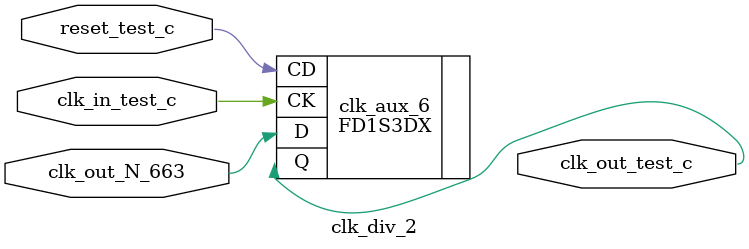
<source format=v>

module hyperram_tb (clk_in_test, reset_test, clk_out_test, estado_test, 
            CS_n_test, ready_test, DQ_in_dbg_test, DQ_out_dbg_test, 
            rwds_in_dbg_test, rwds_out_dbg_test);   // c:/users/damian/desktop/advances_4_7/hyperram_tb.vhd(4[8:19])
    input clk_in_test;   // c:/users/damian/desktop/advances_4_7/hyperram_tb.vhd(6[2:13])
    input reset_test;   // c:/users/damian/desktop/advances_4_7/hyperram_tb.vhd(7[3:13])
    output clk_out_test;   // c:/users/damian/desktop/advances_4_7/hyperram_tb.vhd(8[3:15])
    output [2:0]estado_test;   // c:/users/damian/desktop/advances_4_7/hyperram_tb.vhd(9[3:14])
    output CS_n_test;   // c:/users/damian/desktop/advances_4_7/hyperram_tb.vhd(10[3:12])
    output ready_test;   // c:/users/damian/desktop/advances_4_7/hyperram_tb.vhd(11[2:12])
    input [31:0]DQ_in_dbg_test;   // c:/users/damian/desktop/advances_4_7/hyperram_tb.vhd(14[2:16])
    output [31:0]DQ_out_dbg_test;   // c:/users/damian/desktop/advances_4_7/hyperram_tb.vhd(15[2:17])
    input rwds_in_dbg_test;   // c:/users/damian/desktop/advances_4_7/hyperram_tb.vhd(16[2:18])
    output rwds_out_dbg_test;   // c:/users/damian/desktop/advances_4_7/hyperram_tb.vhd(17[2:19])
    
    wire clk_in_test_c /* synthesis is_clock=1 */ ;   // c:/users/damian/desktop/advances_4_7/hyperram_tb.vhd(6[2:13])
    wire clk_system_N_92 /* synthesis is_inv_clock=1 */ ;   // c:/users/damian/desktop/advances_4_7/hyperram.vhd(68[8:19])
    
    wire reset_test_c, clk_out_test_c, estado_test_c_2, estado_test_c_1, 
        estado_test_c_0, CS_n_test_c, ready_test_c, DQ_in_dbg_test_c_31, 
        DQ_in_dbg_test_c_30, DQ_in_dbg_test_c_29, DQ_in_dbg_test_c_28, 
        DQ_in_dbg_test_c_27, DQ_in_dbg_test_c_26, DQ_in_dbg_test_c_25, 
        DQ_in_dbg_test_c_24, DQ_in_dbg_test_c_23, DQ_in_dbg_test_c_22, 
        DQ_in_dbg_test_c_21, DQ_in_dbg_test_c_20, DQ_in_dbg_test_c_19, 
        DQ_in_dbg_test_c_18, DQ_in_dbg_test_c_17, DQ_in_dbg_test_c_16, 
        DQ_in_dbg_test_c_15, DQ_in_dbg_test_c_14, DQ_in_dbg_test_c_13, 
        DQ_in_dbg_test_c_12, DQ_in_dbg_test_c_11, DQ_in_dbg_test_c_10, 
        DQ_in_dbg_test_c_9, DQ_in_dbg_test_c_8, DQ_in_dbg_test_c_7, DQ_in_dbg_test_c_6, 
        DQ_in_dbg_test_c_5, DQ_in_dbg_test_c_4, DQ_in_dbg_test_c_3, DQ_in_dbg_test_c_2, 
        DQ_in_dbg_test_c_1, DQ_in_dbg_test_c_0, rwds_in_dbg_test_c, VCC_net, 
        n3314;
    wire [31:0]DQ_out_dbg_31__N_5;
    
    wire CS_n_N_621, n19, n3180, n3179, DQ_out_dbg_10__N_48, GND_net, 
        n1150, n3028, n2648, n3166;
    
    VHI i5 (.Z(VCC_net));
    OBZ DQ_out_dbg_test_pad_20 (.I(DQ_out_dbg_31__N_5[20]), .T(DQ_out_dbg_10__N_48), 
        .O(DQ_out_dbg_test[20]));   // c:/users/damian/desktop/advances_4_7/hyperram.vhd(82[1] 215[13])
    INV i2810 (.A(clk_in_test_c), .Z(clk_system_N_92));   // c:/users/damian/desktop/advances_4_7/hyperram_tb.vhd(6[2:13])
    OBZ DQ_out_dbg_test_pad_21 (.I(DQ_out_dbg_31__N_5[21]), .T(DQ_out_dbg_10__N_48), 
        .O(DQ_out_dbg_test[21]));   // c:/users/damian/desktop/advances_4_7/hyperram.vhd(82[1] 215[13])
    OBZ DQ_out_dbg_test_pad_22 (.I(DQ_out_dbg_31__N_5[22]), .T(DQ_out_dbg_10__N_48), 
        .O(DQ_out_dbg_test[22]));   // c:/users/damian/desktop/advances_4_7/hyperram.vhd(82[1] 215[13])
    OB clk_out_test_pad (.I(clk_out_test_c), .O(clk_out_test));   // c:/users/damian/desktop/advances_4_7/hyperram_tb.vhd(8[3:15])
    hram_interface uut (.n3166(n3166), .clk_system_N_92(clk_system_N_92), 
            .CS_n_test_c(CS_n_test_c), .reset_test_c(reset_test_c), .n2648(n2648), 
            .n3314(n3314), .DQ_out_dbg_31__N_5({DQ_out_dbg_31__N_5}), .DQ_out_dbg_10__N_48(DQ_out_dbg_10__N_48), 
            .DQ_in_dbg_test_c_31(DQ_in_dbg_test_c_31), .DQ_in_dbg_test_c_24(DQ_in_dbg_test_c_24), 
            .DQ_in_dbg_test_c_16(DQ_in_dbg_test_c_16), .DQ_in_dbg_test_c_8(DQ_in_dbg_test_c_8), 
            .DQ_in_dbg_test_c_0(DQ_in_dbg_test_c_0), .DQ_in_dbg_test_c_7(DQ_in_dbg_test_c_7), 
            .DQ_in_dbg_test_c_23(DQ_in_dbg_test_c_23), .DQ_in_dbg_test_c_15(DQ_in_dbg_test_c_15), 
            .DQ_in_dbg_test_c_2(DQ_in_dbg_test_c_2), .DQ_in_dbg_test_c_26(DQ_in_dbg_test_c_26), 
            .DQ_in_dbg_test_c_25(DQ_in_dbg_test_c_25), .DQ_in_dbg_test_c_1(DQ_in_dbg_test_c_1), 
            .DQ_in_dbg_test_c_9(DQ_in_dbg_test_c_9), .DQ_in_dbg_test_c_10(DQ_in_dbg_test_c_10), 
            .DQ_in_dbg_test_c_18(DQ_in_dbg_test_c_18), .DQ_in_dbg_test_c_17(DQ_in_dbg_test_c_17), 
            .n3180(n3180), .n3179(n3179), .estado_test_c_2(estado_test_c_2), 
            .estado_test_c_0(estado_test_c_0), .clk_out_test_c(clk_out_test_c), 
            .CS_n_N_621(CS_n_N_621), .n19(n19), .rwds_in_dbg_test_c(rwds_in_dbg_test_c), 
            .n1150(n1150), .DQ_in_dbg_test_c_29(DQ_in_dbg_test_c_29), .DQ_in_dbg_test_c_12(DQ_in_dbg_test_c_12), 
            .DQ_in_dbg_test_c_22(DQ_in_dbg_test_c_22), .DQ_in_dbg_test_c_14(DQ_in_dbg_test_c_14), 
            .DQ_in_dbg_test_c_13(DQ_in_dbg_test_c_13), .DQ_in_dbg_test_c_4(DQ_in_dbg_test_c_4), 
            .DQ_in_dbg_test_c_20(DQ_in_dbg_test_c_20), .DQ_in_dbg_test_c_21(DQ_in_dbg_test_c_21), 
            .DQ_in_dbg_test_c_30(DQ_in_dbg_test_c_30), .DQ_in_dbg_test_c_28(DQ_in_dbg_test_c_28), 
            .DQ_in_dbg_test_c_5(DQ_in_dbg_test_c_5), .DQ_in_dbg_test_c_6(DQ_in_dbg_test_c_6), 
            .DQ_in_dbg_test_c_3(DQ_in_dbg_test_c_3), .DQ_in_dbg_test_c_11(DQ_in_dbg_test_c_11), 
            .DQ_in_dbg_test_c_27(DQ_in_dbg_test_c_27), .DQ_in_dbg_test_c_19(DQ_in_dbg_test_c_19), 
            .clk_in_test_c(clk_in_test_c));   // c:/users/damian/desktop/advances_4_7/hyperram_tb.vhd(88[7:21])
    OBZ DQ_out_dbg_test_pad_23 (.I(DQ_out_dbg_31__N_5[23]), .T(DQ_out_dbg_10__N_48), 
        .O(DQ_out_dbg_test[23]));   // c:/users/damian/desktop/advances_4_7/hyperram.vhd(82[1] 215[13])
    OBZ DQ_out_dbg_test_pad_24 (.I(DQ_out_dbg_31__N_5[24]), .T(DQ_out_dbg_10__N_48), 
        .O(DQ_out_dbg_test[24]));   // c:/users/damian/desktop/advances_4_7/hyperram.vhd(82[1] 215[13])
    OBZ DQ_out_dbg_test_pad_25 (.I(DQ_out_dbg_31__N_5[25]), .T(DQ_out_dbg_10__N_48), 
        .O(DQ_out_dbg_test[25]));   // c:/users/damian/desktop/advances_4_7/hyperram.vhd(82[1] 215[13])
    OBZ DQ_out_dbg_test_pad_26 (.I(DQ_out_dbg_31__N_5[26]), .T(DQ_out_dbg_10__N_48), 
        .O(DQ_out_dbg_test[26]));   // c:/users/damian/desktop/advances_4_7/hyperram.vhd(82[1] 215[13])
    OBZ DQ_out_dbg_test_pad_27 (.I(DQ_out_dbg_31__N_5[27]), .T(DQ_out_dbg_10__N_48), 
        .O(DQ_out_dbg_test[27]));   // c:/users/damian/desktop/advances_4_7/hyperram.vhd(82[1] 215[13])
    OBZ DQ_out_dbg_test_pad_28 (.I(DQ_out_dbg_31__N_5[28]), .T(DQ_out_dbg_10__N_48), 
        .O(DQ_out_dbg_test[28]));   // c:/users/damian/desktop/advances_4_7/hyperram.vhd(82[1] 215[13])
    OBZ DQ_out_dbg_test_pad_29 (.I(DQ_out_dbg_31__N_5[29]), .T(DQ_out_dbg_10__N_48), 
        .O(DQ_out_dbg_test[29]));   // c:/users/damian/desktop/advances_4_7/hyperram.vhd(82[1] 215[13])
    OBZ DQ_out_dbg_test_pad_30 (.I(DQ_out_dbg_31__N_5[30]), .T(DQ_out_dbg_10__N_48), 
        .O(DQ_out_dbg_test[30]));   // c:/users/damian/desktop/advances_4_7/hyperram.vhd(82[1] 215[13])
    OBZ DQ_out_dbg_test_pad_31 (.I(DQ_out_dbg_31__N_5[31]), .T(DQ_out_dbg_10__N_48), 
        .O(DQ_out_dbg_test[31]));   // c:/users/damian/desktop/advances_4_7/hyperram.vhd(82[1] 215[13])
    OB ready_test_pad (.I(ready_test_c), .O(ready_test));   // c:/users/damian/desktop/advances_4_7/hyperram_tb.vhd(11[2:12])
    OB CS_n_test_pad (.I(CS_n_test_c), .O(CS_n_test));   // c:/users/damian/desktop/advances_4_7/hyperram_tb.vhd(10[3:12])
    OB estado_test_pad_0 (.I(estado_test_c_0), .O(estado_test[0]));   // c:/users/damian/desktop/advances_4_7/hyperram_tb.vhd(9[3:14])
    OB estado_test_pad_1 (.I(estado_test_c_1), .O(estado_test[1]));   // c:/users/damian/desktop/advances_4_7/hyperram_tb.vhd(9[3:14])
    OB estado_test_pad_2 (.I(estado_test_c_2), .O(estado_test[2]));   // c:/users/damian/desktop/advances_4_7/hyperram_tb.vhd(9[3:14])
    GSR GSR_INST (.GSR(n1150));
    OBZ DQ_out_dbg_test_pad_19 (.I(DQ_out_dbg_31__N_5[19]), .T(DQ_out_dbg_10__N_48), 
        .O(DQ_out_dbg_test[19]));   // c:/users/damian/desktop/advances_4_7/hyperram.vhd(82[1] 215[13])
    OBZ DQ_out_dbg_test_pad_18 (.I(DQ_out_dbg_31__N_5[18]), .T(DQ_out_dbg_10__N_48), 
        .O(DQ_out_dbg_test[18]));   // c:/users/damian/desktop/advances_4_7/hyperram.vhd(82[1] 215[13])
    OBZ DQ_out_dbg_test_pad_17 (.I(DQ_out_dbg_31__N_5[17]), .T(DQ_out_dbg_10__N_48), 
        .O(DQ_out_dbg_test[17]));   // c:/users/damian/desktop/advances_4_7/hyperram.vhd(82[1] 215[13])
    OBZ DQ_out_dbg_test_pad_16 (.I(DQ_out_dbg_31__N_5[16]), .T(DQ_out_dbg_10__N_48), 
        .O(DQ_out_dbg_test[16]));   // c:/users/damian/desktop/advances_4_7/hyperram.vhd(82[1] 215[13])
    OBZ DQ_out_dbg_test_pad_15 (.I(DQ_out_dbg_31__N_5[15]), .T(DQ_out_dbg_10__N_48), 
        .O(DQ_out_dbg_test[15]));   // c:/users/damian/desktop/advances_4_7/hyperram.vhd(82[1] 215[13])
    OBZ DQ_out_dbg_test_pad_14 (.I(DQ_out_dbg_31__N_5[14]), .T(DQ_out_dbg_10__N_48), 
        .O(DQ_out_dbg_test[14]));   // c:/users/damian/desktop/advances_4_7/hyperram.vhd(82[1] 215[13])
    OBZ DQ_out_dbg_test_pad_13 (.I(DQ_out_dbg_31__N_5[13]), .T(DQ_out_dbg_10__N_48), 
        .O(DQ_out_dbg_test[13]));   // c:/users/damian/desktop/advances_4_7/hyperram.vhd(82[1] 215[13])
    OBZ DQ_out_dbg_test_pad_12 (.I(DQ_out_dbg_31__N_5[12]), .T(DQ_out_dbg_10__N_48), 
        .O(DQ_out_dbg_test[12]));   // c:/users/damian/desktop/advances_4_7/hyperram.vhd(82[1] 215[13])
    OBZ DQ_out_dbg_test_pad_11 (.I(DQ_out_dbg_31__N_5[11]), .T(DQ_out_dbg_10__N_48), 
        .O(DQ_out_dbg_test[11]));   // c:/users/damian/desktop/advances_4_7/hyperram.vhd(82[1] 215[13])
    OBZ DQ_out_dbg_test_pad_10 (.I(DQ_out_dbg_31__N_5[10]), .T(DQ_out_dbg_10__N_48), 
        .O(DQ_out_dbg_test[10]));   // c:/users/damian/desktop/advances_4_7/hyperram.vhd(82[1] 215[13])
    OBZ DQ_out_dbg_test_pad_9 (.I(DQ_out_dbg_31__N_5[9]), .T(DQ_out_dbg_10__N_48), 
        .O(DQ_out_dbg_test[9]));   // c:/users/damian/desktop/advances_4_7/hyperram.vhd(82[1] 215[13])
    OBZ DQ_out_dbg_test_pad_8 (.I(DQ_out_dbg_31__N_5[8]), .T(DQ_out_dbg_10__N_48), 
        .O(DQ_out_dbg_test[8]));   // c:/users/damian/desktop/advances_4_7/hyperram.vhd(82[1] 215[13])
    OBZ DQ_out_dbg_test_pad_7 (.I(DQ_out_dbg_31__N_5[7]), .T(DQ_out_dbg_10__N_48), 
        .O(DQ_out_dbg_test[7]));   // c:/users/damian/desktop/advances_4_7/hyperram.vhd(82[1] 215[13])
    OBZ DQ_out_dbg_test_pad_6 (.I(DQ_out_dbg_31__N_5[6]), .T(DQ_out_dbg_10__N_48), 
        .O(DQ_out_dbg_test[6]));   // c:/users/damian/desktop/advances_4_7/hyperram.vhd(82[1] 215[13])
    OBZ DQ_out_dbg_test_pad_5 (.I(DQ_out_dbg_31__N_5[5]), .T(DQ_out_dbg_10__N_48), 
        .O(DQ_out_dbg_test[5]));   // c:/users/damian/desktop/advances_4_7/hyperram.vhd(82[1] 215[13])
    OBZ DQ_out_dbg_test_pad_4 (.I(DQ_out_dbg_31__N_5[4]), .T(DQ_out_dbg_10__N_48), 
        .O(DQ_out_dbg_test[4]));   // c:/users/damian/desktop/advances_4_7/hyperram.vhd(82[1] 215[13])
    OBZ DQ_out_dbg_test_pad_3 (.I(DQ_out_dbg_31__N_5[3]), .T(DQ_out_dbg_10__N_48), 
        .O(DQ_out_dbg_test[3]));   // c:/users/damian/desktop/advances_4_7/hyperram.vhd(82[1] 215[13])
    OBZ DQ_out_dbg_test_pad_2 (.I(DQ_out_dbg_31__N_5[2]), .T(DQ_out_dbg_10__N_48), 
        .O(DQ_out_dbg_test[2]));   // c:/users/damian/desktop/advances_4_7/hyperram.vhd(82[1] 215[13])
    OBZ DQ_out_dbg_test_pad_1 (.I(DQ_out_dbg_31__N_5[1]), .T(DQ_out_dbg_10__N_48), 
        .O(DQ_out_dbg_test[1]));   // c:/users/damian/desktop/advances_4_7/hyperram.vhd(82[1] 215[13])
    OBZ DQ_out_dbg_test_pad_0 (.I(DQ_out_dbg_31__N_5[0]), .T(DQ_out_dbg_10__N_48), 
        .O(DQ_out_dbg_test[0]));   // c:/users/damian/desktop/advances_4_7/hyperram.vhd(82[1] 215[13])
    OBZ rwds_out_dbg_test_pad (.I(GND_net), .T(VCC_net), .O(rwds_out_dbg_test));   // c:/users/damian/desktop/advances_4_7/hyperram_tb.vhd(17[2:19])
    IB clk_in_test_pad (.I(clk_in_test), .O(clk_in_test_c));   // c:/users/damian/desktop/advances_4_7/hyperram_tb.vhd(6[2:13])
    IB reset_test_pad (.I(reset_test), .O(reset_test_c));   // c:/users/damian/desktop/advances_4_7/hyperram_tb.vhd(7[3:13])
    IB DQ_in_dbg_test_pad_31 (.I(DQ_in_dbg_test[31]), .O(DQ_in_dbg_test_c_31));   // c:/users/damian/desktop/advances_4_7/hyperram_tb.vhd(14[2:16])
    IB DQ_in_dbg_test_pad_30 (.I(DQ_in_dbg_test[30]), .O(DQ_in_dbg_test_c_30));   // c:/users/damian/desktop/advances_4_7/hyperram_tb.vhd(14[2:16])
    IB DQ_in_dbg_test_pad_29 (.I(DQ_in_dbg_test[29]), .O(DQ_in_dbg_test_c_29));   // c:/users/damian/desktop/advances_4_7/hyperram_tb.vhd(14[2:16])
    IB DQ_in_dbg_test_pad_28 (.I(DQ_in_dbg_test[28]), .O(DQ_in_dbg_test_c_28));   // c:/users/damian/desktop/advances_4_7/hyperram_tb.vhd(14[2:16])
    IB DQ_in_dbg_test_pad_27 (.I(DQ_in_dbg_test[27]), .O(DQ_in_dbg_test_c_27));   // c:/users/damian/desktop/advances_4_7/hyperram_tb.vhd(14[2:16])
    IB DQ_in_dbg_test_pad_26 (.I(DQ_in_dbg_test[26]), .O(DQ_in_dbg_test_c_26));   // c:/users/damian/desktop/advances_4_7/hyperram_tb.vhd(14[2:16])
    IB DQ_in_dbg_test_pad_25 (.I(DQ_in_dbg_test[25]), .O(DQ_in_dbg_test_c_25));   // c:/users/damian/desktop/advances_4_7/hyperram_tb.vhd(14[2:16])
    IB DQ_in_dbg_test_pad_24 (.I(DQ_in_dbg_test[24]), .O(DQ_in_dbg_test_c_24));   // c:/users/damian/desktop/advances_4_7/hyperram_tb.vhd(14[2:16])
    IB DQ_in_dbg_test_pad_23 (.I(DQ_in_dbg_test[23]), .O(DQ_in_dbg_test_c_23));   // c:/users/damian/desktop/advances_4_7/hyperram_tb.vhd(14[2:16])
    IB DQ_in_dbg_test_pad_22 (.I(DQ_in_dbg_test[22]), .O(DQ_in_dbg_test_c_22));   // c:/users/damian/desktop/advances_4_7/hyperram_tb.vhd(14[2:16])
    IB DQ_in_dbg_test_pad_21 (.I(DQ_in_dbg_test[21]), .O(DQ_in_dbg_test_c_21));   // c:/users/damian/desktop/advances_4_7/hyperram_tb.vhd(14[2:16])
    IB DQ_in_dbg_test_pad_20 (.I(DQ_in_dbg_test[20]), .O(DQ_in_dbg_test_c_20));   // c:/users/damian/desktop/advances_4_7/hyperram_tb.vhd(14[2:16])
    IB DQ_in_dbg_test_pad_19 (.I(DQ_in_dbg_test[19]), .O(DQ_in_dbg_test_c_19));   // c:/users/damian/desktop/advances_4_7/hyperram_tb.vhd(14[2:16])
    IB DQ_in_dbg_test_pad_18 (.I(DQ_in_dbg_test[18]), .O(DQ_in_dbg_test_c_18));   // c:/users/damian/desktop/advances_4_7/hyperram_tb.vhd(14[2:16])
    IB DQ_in_dbg_test_pad_17 (.I(DQ_in_dbg_test[17]), .O(DQ_in_dbg_test_c_17));   // c:/users/damian/desktop/advances_4_7/hyperram_tb.vhd(14[2:16])
    IB DQ_in_dbg_test_pad_16 (.I(DQ_in_dbg_test[16]), .O(DQ_in_dbg_test_c_16));   // c:/users/damian/desktop/advances_4_7/hyperram_tb.vhd(14[2:16])
    IB DQ_in_dbg_test_pad_15 (.I(DQ_in_dbg_test[15]), .O(DQ_in_dbg_test_c_15));   // c:/users/damian/desktop/advances_4_7/hyperram_tb.vhd(14[2:16])
    IB DQ_in_dbg_test_pad_14 (.I(DQ_in_dbg_test[14]), .O(DQ_in_dbg_test_c_14));   // c:/users/damian/desktop/advances_4_7/hyperram_tb.vhd(14[2:16])
    IB DQ_in_dbg_test_pad_13 (.I(DQ_in_dbg_test[13]), .O(DQ_in_dbg_test_c_13));   // c:/users/damian/desktop/advances_4_7/hyperram_tb.vhd(14[2:16])
    IB DQ_in_dbg_test_pad_12 (.I(DQ_in_dbg_test[12]), .O(DQ_in_dbg_test_c_12));   // c:/users/damian/desktop/advances_4_7/hyperram_tb.vhd(14[2:16])
    IB DQ_in_dbg_test_pad_11 (.I(DQ_in_dbg_test[11]), .O(DQ_in_dbg_test_c_11));   // c:/users/damian/desktop/advances_4_7/hyperram_tb.vhd(14[2:16])
    IB DQ_in_dbg_test_pad_10 (.I(DQ_in_dbg_test[10]), .O(DQ_in_dbg_test_c_10));   // c:/users/damian/desktop/advances_4_7/hyperram_tb.vhd(14[2:16])
    IB DQ_in_dbg_test_pad_9 (.I(DQ_in_dbg_test[9]), .O(DQ_in_dbg_test_c_9));   // c:/users/damian/desktop/advances_4_7/hyperram_tb.vhd(14[2:16])
    IB DQ_in_dbg_test_pad_8 (.I(DQ_in_dbg_test[8]), .O(DQ_in_dbg_test_c_8));   // c:/users/damian/desktop/advances_4_7/hyperram_tb.vhd(14[2:16])
    IB DQ_in_dbg_test_pad_7 (.I(DQ_in_dbg_test[7]), .O(DQ_in_dbg_test_c_7));   // c:/users/damian/desktop/advances_4_7/hyperram_tb.vhd(14[2:16])
    IB DQ_in_dbg_test_pad_6 (.I(DQ_in_dbg_test[6]), .O(DQ_in_dbg_test_c_6));   // c:/users/damian/desktop/advances_4_7/hyperram_tb.vhd(14[2:16])
    IB DQ_in_dbg_test_pad_5 (.I(DQ_in_dbg_test[5]), .O(DQ_in_dbg_test_c_5));   // c:/users/damian/desktop/advances_4_7/hyperram_tb.vhd(14[2:16])
    IB DQ_in_dbg_test_pad_4 (.I(DQ_in_dbg_test[4]), .O(DQ_in_dbg_test_c_4));   // c:/users/damian/desktop/advances_4_7/hyperram_tb.vhd(14[2:16])
    IB DQ_in_dbg_test_pad_3 (.I(DQ_in_dbg_test[3]), .O(DQ_in_dbg_test_c_3));   // c:/users/damian/desktop/advances_4_7/hyperram_tb.vhd(14[2:16])
    IB DQ_in_dbg_test_pad_2 (.I(DQ_in_dbg_test[2]), .O(DQ_in_dbg_test_c_2));   // c:/users/damian/desktop/advances_4_7/hyperram_tb.vhd(14[2:16])
    IB DQ_in_dbg_test_pad_1 (.I(DQ_in_dbg_test[1]), .O(DQ_in_dbg_test_c_1));   // c:/users/damian/desktop/advances_4_7/hyperram_tb.vhd(14[2:16])
    IB DQ_in_dbg_test_pad_0 (.I(DQ_in_dbg_test[0]), .O(DQ_in_dbg_test_c_0));   // c:/users/damian/desktop/advances_4_7/hyperram_tb.vhd(14[2:16])
    IB rwds_in_dbg_test_pad (.I(rwds_in_dbg_test), .O(rwds_in_dbg_test_c));   // c:/users/damian/desktop/advances_4_7/hyperram_tb.vhd(16[2:18])
    LUT4 i2347_4_lut (.A(CS_n_test_c), .B(CS_n_N_621), .C(n19), .D(n3166), 
         .Z(n2648)) /* synthesis lut_function=(A (B+!(C (D)))+!A (B (C)+!B !((D)+!C))) */ ;
    defparam i2347_4_lut.init = 16'hcafa;
    LUT4 estado_test_c_1_bdd_4_lut (.A(estado_test_c_1), .B(n3180), .C(n3179), 
         .D(n3314), .Z(estado_test_c_1)) /* synthesis lut_function=(A (B (D)+!B (C+(D)))+!A !(B+(C (D)+!C !(D)))) */ ;
    defparam estado_test_c_1_bdd_4_lut.init = 16'hab30;
    LUT4 n3029_bdd_2_lut_4_lut (.A(n3028), .B(ready_test_c), .C(n3314), 
         .D(reset_test_c), .Z(ready_test_c)) /* synthesis lut_function=(!(A (B (D)+!B (C+(D)))+!A (((D)+!C)+!B))) */ ;
    defparam n3029_bdd_2_lut_4_lut.init = 16'h00ca;
    LUT4 ready_test_c_bdd_4_lut (.A(ready_test_c), .B(n3179), .C(n3180), 
         .D(clk_out_test_c), .Z(n3028)) /* synthesis lut_function=(A (B+(C+(D)))+!A (B (C))) */ ;
    defparam ready_test_c_bdd_4_lut.init = 16'heae8;
    VLO i1 (.Z(GND_net));
    PUR PUR_INST (.PUR(VCC_net));
    defparam PUR_INST.RST_PULSE = 1;
    
endmodule
//
// Verilog Description of module hram_interface
//

module hram_interface (n3166, clk_system_N_92, CS_n_test_c, reset_test_c, 
            n2648, n3314, DQ_out_dbg_31__N_5, DQ_out_dbg_10__N_48, DQ_in_dbg_test_c_31, 
            DQ_in_dbg_test_c_24, DQ_in_dbg_test_c_16, DQ_in_dbg_test_c_8, 
            DQ_in_dbg_test_c_0, DQ_in_dbg_test_c_7, DQ_in_dbg_test_c_23, 
            DQ_in_dbg_test_c_15, DQ_in_dbg_test_c_2, DQ_in_dbg_test_c_26, 
            DQ_in_dbg_test_c_25, DQ_in_dbg_test_c_1, DQ_in_dbg_test_c_9, 
            DQ_in_dbg_test_c_10, DQ_in_dbg_test_c_18, DQ_in_dbg_test_c_17, 
            n3180, n3179, estado_test_c_2, estado_test_c_0, clk_out_test_c, 
            CS_n_N_621, n19, rwds_in_dbg_test_c, n1150, DQ_in_dbg_test_c_29, 
            DQ_in_dbg_test_c_12, DQ_in_dbg_test_c_22, DQ_in_dbg_test_c_14, 
            DQ_in_dbg_test_c_13, DQ_in_dbg_test_c_4, DQ_in_dbg_test_c_20, 
            DQ_in_dbg_test_c_21, DQ_in_dbg_test_c_30, DQ_in_dbg_test_c_28, 
            DQ_in_dbg_test_c_5, DQ_in_dbg_test_c_6, DQ_in_dbg_test_c_3, 
            DQ_in_dbg_test_c_11, DQ_in_dbg_test_c_27, DQ_in_dbg_test_c_19, 
            clk_in_test_c);
    output n3166;
    input clk_system_N_92;
    output CS_n_test_c;
    input reset_test_c;
    input n2648;
    output n3314;
    output [31:0]DQ_out_dbg_31__N_5;
    output DQ_out_dbg_10__N_48;
    input DQ_in_dbg_test_c_31;
    input DQ_in_dbg_test_c_24;
    input DQ_in_dbg_test_c_16;
    input DQ_in_dbg_test_c_8;
    input DQ_in_dbg_test_c_0;
    input DQ_in_dbg_test_c_7;
    input DQ_in_dbg_test_c_23;
    input DQ_in_dbg_test_c_15;
    input DQ_in_dbg_test_c_2;
    input DQ_in_dbg_test_c_26;
    input DQ_in_dbg_test_c_25;
    input DQ_in_dbg_test_c_1;
    input DQ_in_dbg_test_c_9;
    input DQ_in_dbg_test_c_10;
    input DQ_in_dbg_test_c_18;
    input DQ_in_dbg_test_c_17;
    output n3180;
    output n3179;
    output estado_test_c_2;
    output estado_test_c_0;
    output clk_out_test_c;
    output CS_n_N_621;
    output n19;
    input rwds_in_dbg_test_c;
    output n1150;
    input DQ_in_dbg_test_c_29;
    input DQ_in_dbg_test_c_12;
    input DQ_in_dbg_test_c_22;
    input DQ_in_dbg_test_c_14;
    input DQ_in_dbg_test_c_13;
    input DQ_in_dbg_test_c_4;
    input DQ_in_dbg_test_c_20;
    input DQ_in_dbg_test_c_21;
    input DQ_in_dbg_test_c_30;
    input DQ_in_dbg_test_c_28;
    input DQ_in_dbg_test_c_5;
    input DQ_in_dbg_test_c_6;
    input DQ_in_dbg_test_c_3;
    input DQ_in_dbg_test_c_11;
    input DQ_in_dbg_test_c_27;
    input DQ_in_dbg_test_c_19;
    input clk_in_test_c;
    
    wire clk_system_N_92 /* synthesis is_inv_clock=1 */ ;   // c:/users/damian/desktop/advances_4_7/hyperram.vhd(68[8:19])
    wire clk_in_test_c /* synthesis is_clock=1 */ ;   // c:/users/damian/desktop/advances_4_7/hyperram_tb.vhd(6[2:13])
    
    wire n3161;
    wire [3:0]byte_counter_3__N_163;
    
    wire n909, n806, n1141, n3149, DQ_out_dbg_31__N_239, byte_counter_3__N_171, 
        n130, byte_counter_3__N_166, n2406, n2402;
    wire [31:0]DQ_out_dbg_31__N_332;
    
    wire n877, n1030, n3148, n982, n1144, DQ_out_dbg_31__N_236, 
        n1147, n3000;
    wire [2:0]n1;
    
    wire clk_system_N_92_enable_1, n1148, n3177, n1126, DQ_out_dbg_31__N_308, 
        n1107, DQ_out_dbg_31__N_314, n1135, DQ_out_dbg_31__N_263, n1123, 
        DQ_out_dbg_31__N_287, n1017, n2997, n1029, n3147, n1094, 
        n3153, DQ_out_dbg_31__N_230, n1104, DQ_out_dbg_31__N_305, n1122, 
        n3150, n3185, n3162, state_2__N_103, n2642, DQ_out_dbg_31__N_336, 
        clk_system_N_92_enable_2, id_register_N_84, n1119, DQ_out_dbg_31__N_233, 
        byte_counter_3__N_129, n3145, n1818, n3417, n5_adj_664;
    wire [3:0]byte_counter;   // c:/users/damian/desktop/advances_4_7/hyperram.vhd(67[8:20])
    
    wire n3195, byte_counter_3__N_153, n3414, n4, n1132, DQ_out_dbg_31__N_284, 
        n3159, DQ_out_dbg_31__N_216, n1692, DQ_out_dbg_31__N_272, n1062, 
        n1061, n1057, DQ_out_dbg_31__N_242, n1033, n984, n1051, 
        n1050, n1040, n1026, n559, n3194, n3196, n1025, DQ_out_dbg_31__N_630, 
        n1116, n1115, n1096, n3399, byte_counter_3__N_179, n1018, 
        n3144, n3143, n1138, DQ_out_dbg_31__N_260, n3158, n1048, 
        n3157, DQ_out_dbg_31__N_269, n1078, n3156, DQ_out_dbg_31__N_251, 
        n1059, DQ_out_dbg_31__N_296, n1075, DQ_out_dbg_31__N_275, n3420, 
        n1058, DQ_out_dbg_31__N_510, n1129, DQ_out_dbg_31__N_311, n2444, 
        state_2__N_95, n353, id_register_N_87, n1794, n1055, byte_counter_3__N_209, 
        n990, n3426, n1072, DQ_out_dbg_31__N_299, n1085, DQ_out_dbg_31__N_278, 
        n1071, n3155, n3146, n1054, byte_counter_3__N_177, n1084, 
        n3154, n1068, DQ_out_dbg_31__N_215, n3197, n1098, DQ_out_dbg_31__N_281, 
        n1113, DQ_out_dbg_31__N_257, n1038, n3170, n1899, n3169, 
        n999, n2133, n2125, n1097, n3152, n1037, n1110, DQ_out_dbg_31__N_266, 
        n1101, DQ_out_dbg_31__N_290, n10, n1022, n978, n1100, DQ_out_dbg_31__N_246, 
        n1091, n1090, n1083, n1047, n2170, n2122, n1021, DQ_out_dbg_31__N_254, 
        n3151, n14, n10_adj_665, n3174, n3184, n2530, n1143, n1118, 
        n2131, n1067, n1080, DQ_out_dbg_31__N_227, n1093, n1140, 
        n1088, DQ_out_dbg_31__N_302, n1081, DQ_out_dbg_31__N_245, n1065, 
        DQ_out_dbg_31__N_248, n1137, n3191, n3192, DQ_out_dbg_31__N_415, 
        n2458, n3182, DQ_out_dbg_31__N_546, n14_adj_666, n10_adj_667, 
        n1112, n1045, DQ_out_dbg_31__N_317, n1034, n1042, DQ_out_dbg_31__N_293, 
        n3168, DQ_out_dbg_31__N_334, n3164, n164, n1041, n1064, 
        n1077, n1087, n1134, n1125, n1103, n1074, n1070, n1044, 
        n1106, n1128, n1131, n1109, n953, n2436, n3173, n3172, 
        n3171, n3165, n1121, n2506, DQ_out_dbg_31__N_410, n814, 
        byte_counter_3__N_184, n3160, n7, n3186, n2638, n3189, n3183, 
        n2566, n3187, n2518, byte_counter_3__N_158, n2440, n3188, 
        clk_out_N_663, n2596, n2588, n11, DQ_out_dbg_31__N_344, n22, 
        n18, n883, n20, n14_adj_668, n3198, n6_adj_669, n2339, 
        n804, n3167, n3176, n2512, n2632, n881, n2233, n2119, 
        n8;
    
    LUT4 i542_3_lut_4_lut_4_lut (.A(n3161), .B(byte_counter_3__N_163[2]), 
         .C(n3166), .D(n909), .Z(n806)) /* synthesis lut_function=(A (C (D))+!A (B)) */ ;
    defparam i542_3_lut_4_lut_4_lut.init = 16'he444;
    FD1S3DX DQ_out_dbg_i26_863_864_reset (.D(DQ_out_dbg_31__N_239), .CK(clk_system_N_92), 
            .CD(n3149), .Q(n1141)) /* synthesis LSE_LINE_FILE_ID=21, LSE_LCOL=7, LSE_RCOL=21, LSE_LLINE=88, LSE_RLINE=88 */ ;   // c:/users/damian/desktop/advances_4_7/hyperram.vhd(99[3] 121[10])
    defparam DQ_out_dbg_i26_863_864_reset.GSR = "DISABLED";
    PFUMX i543 (.BLUT(n806), .ALUT(byte_counter_3__N_171), .C0(n130), 
          .Z(byte_counter_3__N_166));
    PFUMX i609 (.BLUT(n2406), .ALUT(n2402), .C0(DQ_out_dbg_31__N_332[24]), 
          .Z(n877));
    FD1S3DX byte_counter__i3_752_753_reset (.D(n982), .CK(clk_system_N_92), 
            .CD(n3148), .Q(n1030)) /* synthesis lse_init_val=0, LSE_LINE_FILE_ID=21, LSE_LCOL=7, LSE_RCOL=21, LSE_LLINE=88, LSE_RLINE=88 */ ;   // c:/users/damian/desktop/advances_4_7/hyperram.vhd(99[3] 121[10])
    defparam byte_counter__i3_752_753_reset.GSR = "DISABLED";
    FD1S3DX DQ_out_dbg_i27_866_867_reset (.D(DQ_out_dbg_31__N_236), .CK(clk_system_N_92), 
            .CD(n3149), .Q(n1144)) /* synthesis LSE_LINE_FILE_ID=21, LSE_LCOL=7, LSE_RCOL=21, LSE_LLINE=88, LSE_RLINE=88 */ ;   // c:/users/damian/desktop/advances_4_7/hyperram.vhd(99[3] 121[10])
    defparam DQ_out_dbg_i27_866_867_reset.GSR = "DISABLED";
    FD1S3BX state_i0_i1_870_871_set (.D(n1[1]), .CK(clk_system_N_92), .PD(n3000), 
            .Q(n1147)) /* synthesis LSE_LINE_FILE_ID=21, LSE_LCOL=7, LSE_RCOL=21, LSE_LLINE=88, LSE_RLINE=88 */ ;   // c:/users/damian/desktop/advances_4_7/hyperram.vhd(99[3] 121[10])
    defparam state_i0_i1_870_871_set.GSR = "DISABLED";
    FD1P3BX CS_n_1475 (.D(n2648), .SP(clk_system_N_92_enable_1), .CK(clk_system_N_92), 
            .PD(reset_test_c), .Q(CS_n_test_c));   // c:/users/damian/desktop/advances_4_7/hyperram.vhd(159[3] 209[10])
    defparam CS_n_1475.GSR = "DISABLED";
    FD1S3DX state_i0_i1_870_871_reset (.D(n1[1]), .CK(clk_system_N_92), 
            .CD(n3177), .Q(n1148)) /* synthesis LSE_LINE_FILE_ID=21, LSE_LCOL=7, LSE_RCOL=21, LSE_LLINE=88, LSE_RLINE=88 */ ;   // c:/users/damian/desktop/advances_4_7/hyperram.vhd(99[3] 121[10])
    defparam state_i0_i1_870_871_reset.GSR = "DISABLED";
    FD1S3DX DQ_out_dbg_i3_848_849_reset (.D(DQ_out_dbg_31__N_308), .CK(clk_system_N_92), 
            .CD(n3149), .Q(n1126)) /* synthesis LSE_LINE_FILE_ID=21, LSE_LCOL=7, LSE_RCOL=21, LSE_LLINE=88, LSE_RLINE=88 */ ;   // c:/users/damian/desktop/advances_4_7/hyperram.vhd(99[3] 121[10])
    defparam DQ_out_dbg_i3_848_849_reset.GSR = "DISABLED";
    FD1S3AX DQ_out_dbg_i1_829_830_reset (.D(DQ_out_dbg_31__N_314), .CK(clk_system_N_92), 
            .Q(n1107)) /* synthesis LSE_LINE_FILE_ID=21, LSE_LCOL=7, LSE_RCOL=21, LSE_LLINE=88, LSE_RLINE=88 */ ;   // c:/users/damian/desktop/advances_4_7/hyperram.vhd(99[3] 121[10])
    defparam DQ_out_dbg_i1_829_830_reset.GSR = "ENABLED";
    FD1S3DX DQ_out_dbg_i18_857_858_reset (.D(DQ_out_dbg_31__N_263), .CK(clk_system_N_92), 
            .CD(n3149), .Q(n1135)) /* synthesis LSE_LINE_FILE_ID=21, LSE_LCOL=7, LSE_RCOL=21, LSE_LLINE=88, LSE_RLINE=88 */ ;   // c:/users/damian/desktop/advances_4_7/hyperram.vhd(99[3] 121[10])
    defparam DQ_out_dbg_i18_857_858_reset.GSR = "DISABLED";
    FD1S3DX DQ_out_dbg_i10_845_846_reset (.D(DQ_out_dbg_31__N_287), .CK(clk_system_N_92), 
            .CD(n3149), .Q(n1123)) /* synthesis LSE_LINE_FILE_ID=21, LSE_LCOL=7, LSE_RCOL=21, LSE_LLINE=88, LSE_RLINE=88 */ ;   // c:/users/damian/desktop/advances_4_7/hyperram.vhd(99[3] 121[10])
    defparam DQ_out_dbg_i10_845_846_reset.GSR = "DISABLED";
    FD1S3BX state_i0_i2_740_741_set (.D(n3314), .CK(clk_system_N_92), .PD(n2997), 
            .Q(n1017)) /* synthesis LSE_LINE_FILE_ID=21, LSE_LCOL=7, LSE_RCOL=21, LSE_LLINE=88, LSE_RLINE=88 */ ;   // c:/users/damian/desktop/advances_4_7/hyperram.vhd(99[3] 121[10])
    defparam state_i0_i2_740_741_set.GSR = "DISABLED";
    FD1S3BX byte_counter__i3_752_753_set (.D(n982), .CK(clk_system_N_92), 
            .PD(n3147), .Q(n1029)) /* synthesis lse_init_val=0, LSE_LINE_FILE_ID=21, LSE_LCOL=7, LSE_RCOL=21, LSE_LLINE=88, LSE_RLINE=88 */ ;   // c:/users/damian/desktop/advances_4_7/hyperram.vhd(99[3] 121[10])
    defparam byte_counter__i3_752_753_set.GSR = "DISABLED";
    FD1S3DX DQ_out_dbg_i29_816_817_reset (.D(DQ_out_dbg_31__N_230), .CK(clk_system_N_92), 
            .CD(n3153), .Q(n1094)) /* synthesis LSE_LINE_FILE_ID=21, LSE_LCOL=7, LSE_RCOL=21, LSE_LLINE=88, LSE_RLINE=88 */ ;   // c:/users/damian/desktop/advances_4_7/hyperram.vhd(99[3] 121[10])
    defparam DQ_out_dbg_i29_816_817_reset.GSR = "DISABLED";
    FD1S3AX DQ_out_dbg_i4_826_827_reset (.D(DQ_out_dbg_31__N_305), .CK(clk_system_N_92), 
            .Q(n1104)) /* synthesis LSE_LINE_FILE_ID=21, LSE_LCOL=7, LSE_RCOL=21, LSE_LLINE=88, LSE_RLINE=88 */ ;   // c:/users/damian/desktop/advances_4_7/hyperram.vhd(99[3] 121[10])
    defparam DQ_out_dbg_i4_826_827_reset.GSR = "ENABLED";
    FD1S3BX DQ_out_dbg_i10_845_846_set (.D(DQ_out_dbg_31__N_287), .CK(clk_system_N_92), 
            .PD(n3150), .Q(n1122)) /* synthesis LSE_LINE_FILE_ID=21, LSE_LCOL=7, LSE_RCOL=21, LSE_LLINE=88, LSE_RLINE=88 */ ;   // c:/users/damian/desktop/advances_4_7/hyperram.vhd(99[3] 121[10])
    defparam DQ_out_dbg_i10_845_846_set.GSR = "DISABLED";
    LUT4 i1_4_lut (.A(n3185), .B(n3162), .C(state_2__N_103), .D(n2642), 
         .Z(DQ_out_dbg_31__N_336)) /* synthesis lut_function=(A (B (C))+!A (B (C (D)))) */ ;
    defparam i1_4_lut.init = 16'hc080;
    FD1P3DX id_register_1474 (.D(id_register_N_84), .SP(clk_system_N_92_enable_2), 
            .CK(clk_system_N_92), .CD(reset_test_c), .Q(DQ_out_dbg_31__N_332[24]));   // c:/users/damian/desktop/advances_4_7/hyperram.vhd(159[3] 209[10])
    defparam id_register_1474.GSR = "DISABLED";
    FD1S3AX DQ_out_dbg_i28_841_842_reset (.D(DQ_out_dbg_31__N_233), .CK(clk_system_N_92), 
            .Q(n1119)) /* synthesis LSE_LINE_FILE_ID=21, LSE_LCOL=7, LSE_RCOL=21, LSE_LLINE=88, LSE_RLINE=88 */ ;   // c:/users/damian/desktop/advances_4_7/hyperram.vhd(99[3] 121[10])
    defparam DQ_out_dbg_i28_841_842_reset.GSR = "ENABLED";
    LUT4 byte_counter_3__N_129_I_0_1606_2_lut_rep_110_3_lut (.A(byte_counter_3__N_129), 
         .B(byte_counter_3__N_166), .C(reset_test_c), .Z(n3145)) /* synthesis lut_function=(!(((C)+!B)+!A)) */ ;   // c:/users/damian/desktop/advances_4_7/hyperram.vhd(99[3] 121[10])
    defparam byte_counter_3__N_129_I_0_1606_2_lut_rep_110_3_lut.init = 16'h0808;
    LUT4 i2408_4_lut_4_lut_3_lut_4_lut (.A(byte_counter_3__N_129), .B(n1818), 
         .C(reset_test_c), .D(n3417), .Z(n3417)) /* synthesis lut_function=(!(A (B+(C))+!A !(D))) */ ;   // c:/users/damian/desktop/advances_4_7/hyperram.vhd(99[3] 121[10])
    defparam i2408_4_lut_4_lut_3_lut_4_lut.init = 16'h5702;
    LUT4 pwr_bdd_2_lut_2652_4_lut_then_4_lut (.A(n5_adj_664), .B(byte_counter[2]), 
         .C(byte_counter[3]), .D(byte_counter[1]), .Z(n3195)) /* synthesis lut_function=(!(A (B+(C+(D)))+!A (C+(D)))) */ ;   // c:/users/damian/desktop/advances_4_7/hyperram.vhd(108[8:24])
    defparam pwr_bdd_2_lut_2652_4_lut_then_4_lut.init = 16'h0007;
    LUT4 i2417_4_lut_4_lut_3_lut_4_lut (.A(byte_counter_3__N_129), .B(byte_counter_3__N_153), 
         .C(reset_test_c), .D(n3414), .Z(n3414)) /* synthesis lut_function=(!(A ((C)+!B)+!A !(D))) */ ;   // c:/users/damian/desktop/advances_4_7/hyperram.vhd(99[3] 121[10])
    defparam i2417_4_lut_4_lut_3_lut_4_lut.init = 16'h5d08;
    LUT4 i323_2_lut (.A(byte_counter[2]), .B(n4), .Z(byte_counter_3__N_163[2])) /* synthesis lut_function=(!(A (B)+!A !(B))) */ ;   // c:/users/damian/desktop/advances_4_7/hyperram.vhd(106[21:33])
    defparam i323_2_lut.init = 16'h6666;
    FD1S3DX DQ_out_dbg_i11_854_855_reset (.D(DQ_out_dbg_31__N_284), .CK(clk_system_N_92), 
            .CD(n3149), .Q(n1132)) /* synthesis LSE_LINE_FILE_ID=21, LSE_LCOL=7, LSE_RCOL=21, LSE_LLINE=88, LSE_RLINE=88 */ ;   // c:/users/damian/desktop/advances_4_7/hyperram.vhd(99[3] 121[10])
    defparam DQ_out_dbg_i11_854_855_reset.GSR = "DISABLED";
    LUT4 state_2__N_101_I_0_1_lut_rep_124_3_lut (.A(DQ_out_dbg_31__N_332[24]), 
         .B(state_2__N_103), .C(reset_test_c), .Z(n3159)) /* synthesis lut_function=(A+((C)+!B)) */ ;
    defparam state_2__N_101_I_0_1_lut_rep_124_3_lut.init = 16'hfbfb;
    LUT4 DQ_out_dbg_15__I_0_4_lut (.A(DQ_out_dbg_31__N_5[15]), .B(DQ_out_dbg_31__N_216), 
         .C(n1692), .D(DQ_out_dbg_10__N_48), .Z(DQ_out_dbg_31__N_272)) /* synthesis lut_function=(!(A (B (C (D))+!B ((D)+!C))+!A ((C)+!B))) */ ;   // c:/users/damian/desktop/advances_4_7/hyperram.vhd(99[3] 121[10])
    defparam DQ_out_dbg_15__I_0_4_lut.init = 16'h0cac;
    LUT4 i786_3_lut (.A(n1062), .B(n1061), .C(n1057), .Z(DQ_out_dbg_31__N_5[15])) /* synthesis lut_function=(A (B+!(C))+!A (B (C))) */ ;   // c:/users/damian/desktop/advances_4_7/hyperram.vhd(99[3] 121[10])
    defparam i786_3_lut.init = 16'hcaca;
    LUT4 i1_3_lut (.A(DQ_out_dbg_31__N_5[25]), .B(n1692), .C(DQ_out_dbg_10__N_48), 
         .Z(DQ_out_dbg_31__N_242)) /* synthesis lut_function=(!(((C)+!B)+!A)) */ ;   // c:/users/damian/desktop/advances_4_7/hyperram.vhd(99[3] 121[10])
    defparam i1_3_lut.init = 16'h0808;
    FD1S3BX byte_counter__i2_756_757_set (.D(n984), .CK(clk_system_N_92), 
            .PD(n3145), .Q(n1033)) /* synthesis lse_init_val=0, LSE_LINE_FILE_ID=21, LSE_LCOL=7, LSE_RCOL=21, LSE_LLINE=88, LSE_RLINE=88 */ ;   // c:/users/damian/desktop/advances_4_7/hyperram.vhd(99[3] 121[10])
    defparam byte_counter__i2_756_757_set.GSR = "DISABLED";
    LUT4 i1_2_lut (.A(byte_counter[0]), .B(byte_counter[1]), .Z(n4)) /* synthesis lut_function=(A (B)) */ ;
    defparam i1_2_lut.init = 16'h8888;
    LUT4 i775_3_lut (.A(n1051), .B(n1050), .C(n1040), .Z(DQ_out_dbg_31__N_5[24])) /* synthesis lut_function=(A (B+!(C))+!A (B (C))) */ ;   // c:/users/damian/desktop/advances_4_7/hyperram.vhd(99[3] 121[10])
    defparam i775_3_lut.init = 16'hcaca;
    FD1S3DX i1108_1541_748_749_reset (.D(n559), .CK(clk_system_N_92), .CD(reset_test_c), 
            .Q(n1026));   // c:/users/damian/desktop/advances_4_7/hyperram.vhd(99[3] 121[10])
    defparam i1108_1541_748_749_reset.GSR = "DISABLED";
    PFUMX i2661 (.BLUT(n3194), .ALUT(n3195), .C0(byte_counter[0]), .Z(n3196));
    FD1S3BX i1108_1541_748_749_set (.D(n559), .CK(clk_system_N_92), .PD(DQ_out_dbg_31__N_630), 
            .Q(n1025));   // c:/users/damian/desktop/advances_4_7/hyperram.vhd(99[3] 121[10])
    defparam i1108_1541_748_749_set.GSR = "DISABLED";
    LUT4 i840_3_lut (.A(n1116), .B(n1115), .C(n1096), .Z(DQ_out_dbg_31__N_5[25])) /* synthesis lut_function=(A (B+!(C))+!A (B (C))) */ ;   // c:/users/damian/desktop/advances_4_7/hyperram.vhd(99[3] 121[10])
    defparam i840_3_lut.init = 16'hcaca;
    LUT4 byte_counter_3__N_129_I_0_1609_2_lut_rep_113_3_lut (.A(byte_counter_3__N_129), 
         .B(byte_counter_3__N_153), .C(reset_test_c), .Z(n3148)) /* synthesis lut_function=(A ((C)+!B)) */ ;   // c:/users/damian/desktop/advances_4_7/hyperram.vhd(99[3] 121[10])
    defparam byte_counter_3__N_129_I_0_1609_2_lut_rep_113_3_lut.init = 16'ha2a2;
    LUT4 i2465_4_lut_4_lut (.A(n3399), .B(byte_counter_3__N_129), .C(byte_counter_3__N_179), 
         .D(reset_test_c), .Z(n3399)) /* synthesis lut_function=(!(A (B ((D)+!C))+!A (((D)+!C)+!B))) */ ;   // c:/users/damian/desktop/advances_4_7/hyperram.vhd(99[3] 121[10])
    defparam i2465_4_lut_4_lut.init = 16'h22e2;
    FD1S3DX state_i0_i2_740_741_reset (.D(n3314), .CK(clk_system_N_92), 
            .CD(n3159), .Q(n1018)) /* synthesis LSE_LINE_FILE_ID=21, LSE_LCOL=7, LSE_RCOL=21, LSE_LLINE=88, LSE_RLINE=88 */ ;   // c:/users/damian/desktop/advances_4_7/hyperram.vhd(99[3] 121[10])
    defparam state_i0_i2_740_741_reset.GSR = "DISABLED";
    LUT4 byte_counter_3__N_129_I_0_2_lut_rep_109_3_lut (.A(byte_counter_3__N_129), 
         .B(n1818), .C(reset_test_c), .Z(n3144)) /* synthesis lut_function=(A (B+(C))) */ ;   // c:/users/damian/desktop/advances_4_7/hyperram.vhd(99[3] 121[10])
    defparam byte_counter_3__N_129_I_0_2_lut_rep_109_3_lut.init = 16'ha8a8;
    LUT4 byte_counter_3__N_129_I_0_1608_2_lut_rep_108_3_lut (.A(byte_counter_3__N_129), 
         .B(n1818), .C(reset_test_c), .Z(n3143)) /* synthesis lut_function=(!((B+(C))+!A)) */ ;   // c:/users/damian/desktop/advances_4_7/hyperram.vhd(99[3] 121[10])
    defparam byte_counter_3__N_129_I_0_1608_2_lut_rep_108_3_lut.init = 16'h0202;
    FD1S3DX DQ_out_dbg_i19_860_861_reset (.D(DQ_out_dbg_31__N_260), .CK(clk_system_N_92), 
            .CD(n3149), .Q(n1138)) /* synthesis LSE_LINE_FILE_ID=21, LSE_LCOL=7, LSE_RCOL=21, LSE_LLINE=88, LSE_RLINE=88 */ ;   // c:/users/damian/desktop/advances_4_7/hyperram.vhd(99[3] 121[10])
    defparam DQ_out_dbg_i19_860_861_reset.GSR = "DISABLED";
    LUT4 byte_counter_3__I_55_2_lut_rep_112_3_lut (.A(byte_counter_3__N_129), 
         .B(byte_counter_3__N_153), .C(reset_test_c), .Z(n3147)) /* synthesis lut_function=(!(((C)+!B)+!A)) */ ;   // c:/users/damian/desktop/advances_4_7/hyperram.vhd(99[3] 121[10])
    defparam byte_counter_3__I_55_2_lut_rep_112_3_lut.init = 16'h0808;
    FD1S3DX DQ_out_dbg_i15_784_785_reset (.D(DQ_out_dbg_31__N_272), .CK(clk_system_N_92), 
            .CD(n3158), .Q(n1062)) /* synthesis LSE_LINE_FILE_ID=21, LSE_LCOL=7, LSE_RCOL=21, LSE_LLINE=88, LSE_RLINE=88 */ ;   // c:/users/damian/desktop/advances_4_7/hyperram.vhd(99[3] 121[10])
    defparam DQ_out_dbg_i15_784_785_reset.GSR = "DISABLED";
    FD1S3AX DQ_out_dbg_i25_838_839_reset (.D(DQ_out_dbg_31__N_242), .CK(clk_system_N_92), 
            .Q(n1116)) /* synthesis LSE_LINE_FILE_ID=21, LSE_LCOL=7, LSE_RCOL=21, LSE_LLINE=88, LSE_RLINE=88 */ ;   // c:/users/damian/desktop/advances_4_7/hyperram.vhd(99[3] 121[10])
    defparam DQ_out_dbg_i25_838_839_reset.GSR = "ENABLED";
    FD1S3DX DQ_out_dbg_i16_770_771_reset (.D(DQ_out_dbg_31__N_269), .CK(clk_system_N_92), 
            .CD(n3157), .Q(n1048)) /* synthesis LSE_LINE_FILE_ID=21, LSE_LCOL=7, LSE_RCOL=21, LSE_LLINE=88, LSE_RLINE=88 */ ;   // c:/users/damian/desktop/advances_4_7/hyperram.vhd(99[3] 121[10])
    defparam DQ_out_dbg_i16_770_771_reset.GSR = "DISABLED";
    FD1S3DX DQ_out_dbg_i22_800_801_reset (.D(DQ_out_dbg_31__N_251), .CK(clk_system_N_92), 
            .CD(n3156), .Q(n1078)) /* synthesis LSE_LINE_FILE_ID=21, LSE_LCOL=7, LSE_RCOL=21, LSE_LLINE=88, LSE_RLINE=88 */ ;   // c:/users/damian/desktop/advances_4_7/hyperram.vhd(99[3] 121[10])
    defparam DQ_out_dbg_i22_800_801_reset.GSR = "DISABLED";
    FD1S3DX DQ_out_dbg_i7_781_782_reset (.D(DQ_out_dbg_31__N_296), .CK(clk_system_N_92), 
            .CD(n3158), .Q(n1059)) /* synthesis LSE_LINE_FILE_ID=21, LSE_LCOL=7, LSE_RCOL=21, LSE_LLINE=88, LSE_RLINE=88 */ ;   // c:/users/damian/desktop/advances_4_7/hyperram.vhd(99[3] 121[10])
    defparam DQ_out_dbg_i7_781_782_reset.GSR = "DISABLED";
    LUT4 pwr_bdd_2_lut_2652_4_lut_else_4_lut (.A(byte_counter[2]), .B(byte_counter[3]), 
         .C(byte_counter[1]), .Z(n3194)) /* synthesis lut_function=(!(A+(B+!(C)))) */ ;   // c:/users/damian/desktop/advances_4_7/hyperram.vhd(108[8:24])
    defparam pwr_bdd_2_lut_2652_4_lut_else_4_lut.init = 16'h1010;
    FD1S3DX DQ_out_dbg_i14_797_798_reset (.D(DQ_out_dbg_31__N_275), .CK(clk_system_N_92), 
            .CD(n3156), .Q(n1075)) /* synthesis LSE_LINE_FILE_ID=21, LSE_LCOL=7, LSE_RCOL=21, LSE_LLINE=88, LSE_RLINE=88 */ ;   // c:/users/damian/desktop/advances_4_7/hyperram.vhd(99[3] 121[10])
    defparam DQ_out_dbg_i14_797_798_reset.GSR = "DISABLED";
    LUT4 i2422_4_lut_4_lut_3_lut_4_lut (.A(byte_counter_3__N_129), .B(byte_counter_3__N_166), 
         .C(reset_test_c), .D(n3420), .Z(n3420)) /* synthesis lut_function=(!(A ((C)+!B)+!A !(D))) */ ;   // c:/users/damian/desktop/advances_4_7/hyperram.vhd(99[3] 121[10])
    defparam i2422_4_lut_4_lut_3_lut_4_lut.init = 16'h5d08;
    FD1S3BX DQ_out_dbg_i7_781_782_set (.D(DQ_out_dbg_31__N_296), .CK(clk_system_N_92), 
            .PD(DQ_out_dbg_31__N_510), .Q(n1058)) /* synthesis LSE_LINE_FILE_ID=21, LSE_LCOL=7, LSE_RCOL=21, LSE_LLINE=88, LSE_RLINE=88 */ ;   // c:/users/damian/desktop/advances_4_7/hyperram.vhd(99[3] 121[10])
    defparam DQ_out_dbg_i7_781_782_set.GSR = "DISABLED";
    FD1S3DX DQ_out_dbg_i2_851_852_reset (.D(DQ_out_dbg_31__N_311), .CK(clk_system_N_92), 
            .CD(n3149), .Q(n1129)) /* synthesis LSE_LINE_FILE_ID=21, LSE_LCOL=7, LSE_RCOL=21, LSE_LLINE=88, LSE_RLINE=88 */ ;   // c:/users/damian/desktop/advances_4_7/hyperram.vhd(99[3] 121[10])
    defparam DQ_out_dbg_i2_851_852_reset.GSR = "DISABLED";
    LUT4 mux_137_i1_4_lut (.A(n2444), .B(state_2__N_95), .C(n353), .D(id_register_N_87), 
         .Z(n1794)) /* synthesis lut_function=(!(A (B (C))+!A (B (C+!(D))+!B !(C+(D))))) */ ;   // c:/users/damian/desktop/advances_4_7/hyperram.vhd(168[4] 171[11])
    defparam mux_137_i1_4_lut.init = 16'h3f3a;
    FD1S3DX byte_counter__i1_777_778_reset (.D(n990), .CK(clk_system_N_92), 
            .CD(byte_counter_3__N_209), .Q(n1055)) /* synthesis lse_init_val=0, LSE_LINE_FILE_ID=21, LSE_LCOL=7, LSE_RCOL=21, LSE_LLINE=88, LSE_RLINE=88 */ ;   // c:/users/damian/desktop/advances_4_7/hyperram.vhd(99[3] 121[10])
    defparam byte_counter__i1_777_778_reset.GSR = "DISABLED";
    LUT4 i2413_4_lut (.A(n3426), .B(DQ_out_dbg_31__N_630), .C(reset_test_c), 
         .Z(n3426)) /* synthesis lut_function=(!(A (C)+!A ((C)+!B))) */ ;   // c:/users/damian/desktop/advances_4_7/hyperram.vhd(99[3] 121[10])
    defparam i2413_4_lut.init = 16'h0e0e;
    FD1S3DX DQ_out_dbg_i6_794_795_reset (.D(DQ_out_dbg_31__N_299), .CK(clk_system_N_92), 
            .CD(n3156), .Q(n1072)) /* synthesis LSE_LINE_FILE_ID=21, LSE_LCOL=7, LSE_RCOL=21, LSE_LLINE=88, LSE_RLINE=88 */ ;   // c:/users/damian/desktop/advances_4_7/hyperram.vhd(99[3] 121[10])
    defparam DQ_out_dbg_i6_794_795_reset.GSR = "DISABLED";
    FD1S3DX DQ_out_dbg_i13_807_808_reset (.D(DQ_out_dbg_31__N_278), .CK(clk_system_N_92), 
            .CD(n3153), .Q(n1085)) /* synthesis LSE_LINE_FILE_ID=21, LSE_LCOL=7, LSE_RCOL=21, LSE_LLINE=88, LSE_RLINE=88 */ ;   // c:/users/damian/desktop/advances_4_7/hyperram.vhd(99[3] 121[10])
    defparam DQ_out_dbg_i13_807_808_reset.GSR = "DISABLED";
    FD1S3BX DQ_out_dbg_i6_794_795_set (.D(DQ_out_dbg_31__N_299), .CK(clk_system_N_92), 
            .PD(n3155), .Q(n1071)) /* synthesis LSE_LINE_FILE_ID=21, LSE_LCOL=7, LSE_RCOL=21, LSE_LLINE=88, LSE_RLINE=88 */ ;   // c:/users/damian/desktop/advances_4_7/hyperram.vhd(99[3] 121[10])
    defparam DQ_out_dbg_i6_794_795_set.GSR = "DISABLED";
    LUT4 byte_counter_3__N_129_I_0_1610_2_lut_rep_111_3_lut (.A(byte_counter_3__N_129), 
         .B(byte_counter_3__N_166), .C(reset_test_c), .Z(n3146)) /* synthesis lut_function=(A ((C)+!B)) */ ;   // c:/users/damian/desktop/advances_4_7/hyperram.vhd(99[3] 121[10])
    defparam byte_counter_3__N_129_I_0_1610_2_lut_rep_111_3_lut.init = 16'ha2a2;
    FD1S3BX byte_counter__i1_777_778_set (.D(n990), .CK(clk_system_N_92), 
            .PD(byte_counter_3__N_177), .Q(n1054)) /* synthesis lse_init_val=0, LSE_LINE_FILE_ID=21, LSE_LCOL=7, LSE_RCOL=21, LSE_LLINE=88, LSE_RLINE=88 */ ;   // c:/users/damian/desktop/advances_4_7/hyperram.vhd(99[3] 121[10])
    defparam byte_counter__i1_777_778_set.GSR = "DISABLED";
    FD1S3BX DQ_out_dbg_i13_807_808_set (.D(DQ_out_dbg_31__N_278), .CK(clk_system_N_92), 
            .PD(n3154), .Q(n1084)) /* synthesis LSE_LINE_FILE_ID=21, LSE_LCOL=7, LSE_RCOL=21, LSE_LLINE=88, LSE_RLINE=88 */ ;   // c:/users/damian/desktop/advances_4_7/hyperram.vhd(99[3] 121[10])
    defparam DQ_out_dbg_i13_807_808_set.GSR = "DISABLED";
    FD1S3DX DQ_out_dbg_i31_790_791_reset (.D(DQ_out_dbg_31__N_215), .CK(clk_system_N_92), 
            .CD(n3158), .Q(n1068)) /* synthesis LSE_LINE_FILE_ID=21, LSE_LCOL=7, LSE_RCOL=21, LSE_LLINE=88, LSE_RLINE=88 */ ;   // c:/users/damian/desktop/advances_4_7/hyperram.vhd(99[3] 121[10])
    defparam DQ_out_dbg_i31_790_791_reset.GSR = "DISABLED";
    LUT4 i1417_2_lut_3_lut_4_lut_else_2_lut (.A(byte_counter[3]), .B(byte_counter[0]), 
         .C(n5_adj_664), .D(byte_counter[2]), .Z(n3197)) /* synthesis lut_function=(A+(B (C (D))+!B !(D))) */ ;
    defparam i1417_2_lut_3_lut_4_lut_else_2_lut.init = 16'heabb;
    FD1S3AX DQ_out_dbg_i12_820_821_reset (.D(DQ_out_dbg_31__N_281), .CK(clk_system_N_92), 
            .Q(n1098)) /* synthesis LSE_LINE_FILE_ID=21, LSE_LCOL=7, LSE_RCOL=21, LSE_LLINE=88, LSE_RLINE=88 */ ;   // c:/users/damian/desktop/advances_4_7/hyperram.vhd(99[3] 121[10])
    defparam DQ_out_dbg_i12_820_821_reset.GSR = "ENABLED";
    FD1S3AX DQ_out_dbg_i20_835_836_reset (.D(DQ_out_dbg_31__N_257), .CK(clk_system_N_92), 
            .Q(n1113)) /* synthesis LSE_LINE_FILE_ID=21, LSE_LCOL=7, LSE_RCOL=21, LSE_LLINE=88, LSE_RLINE=88 */ ;   // c:/users/damian/desktop/advances_4_7/hyperram.vhd(99[3] 121[10])
    defparam DQ_out_dbg_i20_835_836_reset.GSR = "ENABLED";
    FD1S3DX state_i0_i0_760_761_reset (.D(n1[0]), .CK(clk_system_N_92), 
            .CD(n3177), .Q(n1038)) /* synthesis LSE_LINE_FILE_ID=21, LSE_LCOL=7, LSE_RCOL=21, LSE_LLINE=88, LSE_RLINE=88 */ ;   // c:/users/damian/desktop/advances_4_7/hyperram.vhd(99[3] 121[10])
    defparam state_i0_i0_760_761_reset.GSR = "DISABLED";
    LUT4 i1_2_lut_3_lut_4_lut (.A(n3314), .B(n3170), .C(n1899), .D(n3169), 
         .Z(n999)) /* synthesis lut_function=(A+(B+(C+(D)))) */ ;   // c:/users/damian/desktop/advances_4_7/hyperram.vhd(95[7:28])
    defparam i1_2_lut_3_lut_4_lut.init = 16'hfffe;
    LUT4 i2_3_lut (.A(n2133), .B(n2125), .C(DQ_in_dbg_test_c_31), .Z(n2406)) /* synthesis lut_function=((B+!(C))+!A) */ ;
    defparam i2_3_lut.init = 16'hdfdf;
    FD1S3BX DQ_out_dbg_i12_820_821_set (.D(DQ_out_dbg_31__N_281), .CK(clk_system_N_92), 
            .PD(n3152), .Q(n1097)) /* synthesis LSE_LINE_FILE_ID=21, LSE_LCOL=7, LSE_RCOL=21, LSE_LLINE=88, LSE_RLINE=88 */ ;   // c:/users/damian/desktop/advances_4_7/hyperram.vhd(99[3] 121[10])
    defparam DQ_out_dbg_i12_820_821_set.GSR = "DISABLED";
    FD1S3BX state_i0_i0_760_761_set (.D(n1[0]), .CK(clk_system_N_92), .PD(n3000), 
            .Q(n1037)) /* synthesis LSE_LINE_FILE_ID=21, LSE_LCOL=7, LSE_RCOL=21, LSE_LLINE=88, LSE_RLINE=88 */ ;   // c:/users/damian/desktop/advances_4_7/hyperram.vhd(99[3] 121[10])
    defparam state_i0_i0_760_761_set.GSR = "DISABLED";
    FD1S3AX DQ_out_dbg_i17_832_833_reset (.D(DQ_out_dbg_31__N_266), .CK(clk_system_N_92), 
            .Q(n1110)) /* synthesis LSE_LINE_FILE_ID=21, LSE_LCOL=7, LSE_RCOL=21, LSE_LLINE=88, LSE_RLINE=88 */ ;   // c:/users/damian/desktop/advances_4_7/hyperram.vhd(99[3] 121[10])
    defparam DQ_out_dbg_i17_832_833_reset.GSR = "ENABLED";
    FD1S3AX DQ_out_dbg_i9_823_824_reset (.D(DQ_out_dbg_31__N_290), .CK(clk_system_N_92), 
            .Q(n1101)) /* synthesis LSE_LINE_FILE_ID=21, LSE_LCOL=7, LSE_RCOL=21, LSE_LLINE=88, LSE_RLINE=88 */ ;   // c:/users/damian/desktop/advances_4_7/hyperram.vhd(99[3] 121[10])
    defparam DQ_out_dbg_i9_823_824_reset.GSR = "ENABLED";
    LUT4 i5_3_lut (.A(DQ_in_dbg_test_c_24), .B(n10), .C(DQ_in_dbg_test_c_16), 
         .Z(n2402)) /* synthesis lut_function=((B+!(C))+!A) */ ;
    defparam i5_3_lut.init = 16'hdfdf;
    FD1S3DX byte_counter__i0_744_745_reset (.D(n978), .CK(clk_system_N_92), 
            .CD(n3144), .Q(n1022)) /* synthesis lse_init_val=0, LSE_LINE_FILE_ID=21, LSE_LCOL=7, LSE_RCOL=21, LSE_LLINE=88, LSE_RLINE=88 */ ;   // c:/users/damian/desktop/advances_4_7/hyperram.vhd(99[3] 121[10])
    defparam byte_counter__i0_744_745_reset.GSR = "DISABLED";
    LUT4 i825_3_lut (.A(n1101), .B(n1100), .C(n1096), .Z(DQ_out_dbg_31__N_5[9])) /* synthesis lut_function=(A (B+!(C))+!A (B (C))) */ ;   // c:/users/damian/desktop/advances_4_7/hyperram.vhd(99[3] 121[10])
    defparam i825_3_lut.init = 16'hcaca;
    LUT4 DQ_out_dbg_16__I_0_4_lut (.A(DQ_out_dbg_31__N_5[16]), .B(DQ_out_dbg_31__N_246), 
         .C(n1692), .D(DQ_out_dbg_10__N_48), .Z(DQ_out_dbg_31__N_269)) /* synthesis lut_function=(!(A (B (C (D))+!B ((D)+!C))+!A ((C)+!B))) */ ;   // c:/users/damian/desktop/advances_4_7/hyperram.vhd(99[3] 121[10])
    defparam DQ_out_dbg_16__I_0_4_lut.init = 16'h0cac;
    LUT4 i1_3_lut_adj_199 (.A(n4), .B(byte_counter[0]), .C(byte_counter[1]), 
         .Z(n2642)) /* synthesis lut_function=(!(A+!((C)+!B))) */ ;
    defparam i1_3_lut_adj_199.init = 16'h5151;
    LUT4 i815_3_lut (.A(n1091), .B(n1090), .C(n1083), .Z(DQ_out_dbg_31__N_5[21])) /* synthesis lut_function=(A (B+!(C))+!A (B (C))) */ ;   // c:/users/damian/desktop/advances_4_7/hyperram.vhd(99[3] 121[10])
    defparam i815_3_lut.init = 16'hcaca;
    LUT4 i772_3_lut (.A(n1048), .B(n1047), .C(n1040), .Z(DQ_out_dbg_31__N_5[16])) /* synthesis lut_function=(A (B+!(C))+!A (B (C))) */ ;   // c:/users/damian/desktop/advances_4_7/hyperram.vhd(99[3] 121[10])
    defparam i772_3_lut.init = 16'hcaca;
    LUT4 i4_4_lut (.A(DQ_in_dbg_test_c_8), .B(n2170), .C(n2122), .D(DQ_in_dbg_test_c_0), 
         .Z(n10)) /* synthesis lut_function=((B+(C+!(D)))+!A) */ ;
    defparam i4_4_lut.init = 16'hfdff;
    LUT4 i746_3_lut (.A(n1022), .B(n1021), .C(n3417), .Z(byte_counter[0])) /* synthesis lut_function=(A (B+!(C))+!A (B (C))) */ ;   // c:/users/damian/desktop/advances_4_7/hyperram.vhd(99[3] 121[10])
    defparam i746_3_lut.init = 16'hcaca;
    LUT4 i3_4_lut (.A(DQ_in_dbg_test_c_7), .B(DQ_in_dbg_test_c_31), .C(DQ_in_dbg_test_c_23), 
         .D(DQ_in_dbg_test_c_15), .Z(n2170)) /* synthesis lut_function=(A+(B+(C+(D)))) */ ;   // c:/users/damian/desktop/advances_4_7/hyperram.vhd(124[9:32])
    defparam i3_4_lut.init = 16'hfffe;
    LUT4 i1_3_lut_adj_200 (.A(DQ_out_dbg_31__N_5[19]), .B(n1692), .C(DQ_out_dbg_10__N_48), 
         .Z(DQ_out_dbg_31__N_260)) /* synthesis lut_function=(!(((C)+!B)+!A)) */ ;   // c:/users/damian/desktop/advances_4_7/hyperram.vhd(99[3] 121[10])
    defparam i1_3_lut_adj_200.init = 16'h0808;
    FD1S3DX DQ_out_dbg_i21_813_814_reset (.D(DQ_out_dbg_31__N_254), .CK(clk_system_N_92), 
            .CD(n3153), .Q(n1091)) /* synthesis LSE_LINE_FILE_ID=21, LSE_LCOL=7, LSE_RCOL=21, LSE_LLINE=88, LSE_RLINE=88 */ ;   // c:/users/damian/desktop/advances_4_7/hyperram.vhd(99[3] 121[10])
    defparam DQ_out_dbg_i21_813_814_reset.GSR = "DISABLED";
    FD1S3BX DQ_out_dbg_i16_770_771_set (.D(DQ_out_dbg_31__N_269), .CK(clk_system_N_92), 
            .PD(n3151), .Q(n1047)) /* synthesis LSE_LINE_FILE_ID=21, LSE_LCOL=7, LSE_RCOL=21, LSE_LLINE=88, LSE_RLINE=88 */ ;   // c:/users/damian/desktop/advances_4_7/hyperram.vhd(99[3] 121[10])
    defparam DQ_out_dbg_i16_770_771_set.GSR = "DISABLED";
    LUT4 i7_4_lut (.A(DQ_in_dbg_test_c_2), .B(n14), .C(n10_adj_665), .D(DQ_in_dbg_test_c_26), 
         .Z(n2122)) /* synthesis lut_function=(A+(B+(C+(D)))) */ ;   // c:/users/damian/desktop/advances_4_7/hyperram.vhd(124[61:84])
    defparam i7_4_lut.init = 16'hfffe;
    LUT4 i1474_2_lut_4_lut_1_lut_3_lut (.A(n1018), .B(n1017), .C(n2997), 
         .Z(n3314)) /* synthesis lut_function=(A (B+!(C))+!A (B (C))) */ ;   // c:/users/damian/desktop/advances_4_7/hyperram.vhd(99[3] 121[10])
    defparam i1474_2_lut_4_lut_1_lut_3_lut.init = 16'hcaca;
    LUT4 i1_2_lut_rep_139_3_lut (.A(byte_counter[2]), .B(byte_counter[3]), 
         .C(n4), .Z(n3174)) /* synthesis lut_function=(A+(B+!(C))) */ ;   // c:/users/damian/desktop/advances_4_7/hyperram.vhd(172[9:25])
    defparam i1_2_lut_rep_139_3_lut.init = 16'hefef;
    LUT4 i6_4_lut (.A(DQ_in_dbg_test_c_25), .B(DQ_in_dbg_test_c_1), .C(DQ_in_dbg_test_c_9), 
         .D(DQ_in_dbg_test_c_10), .Z(n14)) /* synthesis lut_function=(A+(B+(C+(D)))) */ ;   // c:/users/damian/desktop/advances_4_7/hyperram.vhd(124[61:84])
    defparam i6_4_lut.init = 16'hfffe;
    LUT4 i1_2_lut_3_lut_4_lut_adj_201 (.A(n3184), .B(byte_counter[2]), .C(state_2__N_103), 
         .D(n3174), .Z(n2530)) /* synthesis lut_function=(A (C (D))+!A (B (C (D)))) */ ;   // c:/users/damian/desktop/advances_4_7/hyperram.vhd(172[9:25])
    defparam i1_2_lut_3_lut_4_lut_adj_201.init = 16'he000;
    FD1S3BX DQ_out_dbg_i27_866_867_set (.D(DQ_out_dbg_31__N_236), .CK(clk_system_N_92), 
            .PD(n3150), .Q(n1143)) /* synthesis LSE_LINE_FILE_ID=21, LSE_LCOL=7, LSE_RCOL=21, LSE_LLINE=88, LSE_RLINE=88 */ ;   // c:/users/damian/desktop/advances_4_7/hyperram.vhd(99[3] 121[10])
    defparam DQ_out_dbg_i27_866_867_set.GSR = "DISABLED";
    LUT4 i2_2_lut (.A(DQ_in_dbg_test_c_18), .B(DQ_in_dbg_test_c_17), .Z(n10_adj_665)) /* synthesis lut_function=(A+(B)) */ ;   // c:/users/damian/desktop/advances_4_7/hyperram.vhd(124[61:84])
    defparam i2_2_lut.init = 16'heeee;
    FD1S3BX DQ_out_dbg_i28_841_842_set (.D(DQ_out_dbg_31__N_233), .CK(clk_system_N_92), 
            .PD(n3152), .Q(n1118)) /* synthesis LSE_LINE_FILE_ID=21, LSE_LCOL=7, LSE_RCOL=21, LSE_LLINE=88, LSE_RLINE=88 */ ;   // c:/users/damian/desktop/advances_4_7/hyperram.vhd(99[3] 121[10])
    defparam DQ_out_dbg_i28_841_842_set.GSR = "DISABLED";
    LUT4 i3_4_lut_adj_202 (.A(DQ_in_dbg_test_c_23), .B(n2131), .C(DQ_in_dbg_test_c_15), 
         .D(DQ_in_dbg_test_c_7), .Z(n2133)) /* synthesis lut_function=(A (B (C (D)))) */ ;
    defparam i3_4_lut_adj_202.init = 16'h8000;
    FD1S3BX DQ_out_dbg_i31_790_791_set (.D(DQ_out_dbg_31__N_215), .CK(clk_system_N_92), 
            .PD(DQ_out_dbg_31__N_510), .Q(n1067)) /* synthesis LSE_LINE_FILE_ID=21, LSE_LCOL=7, LSE_RCOL=21, LSE_LLINE=88, LSE_RLINE=88 */ ;   // c:/users/damian/desktop/advances_4_7/hyperram.vhd(99[3] 121[10])
    defparam DQ_out_dbg_i31_790_791_set.GSR = "DISABLED";
    FD1S3BX DQ_out_dbg_i30_803_804_set (.D(DQ_out_dbg_31__N_227), .CK(clk_system_N_92), 
            .PD(n3155), .Q(n1080)) /* synthesis LSE_LINE_FILE_ID=21, LSE_LCOL=7, LSE_RCOL=21, LSE_LLINE=88, LSE_RLINE=88 */ ;   // c:/users/damian/desktop/advances_4_7/hyperram.vhd(99[3] 121[10])
    defparam DQ_out_dbg_i30_803_804_set.GSR = "DISABLED";
    FD1S3BX DQ_out_dbg_i29_816_817_set (.D(DQ_out_dbg_31__N_230), .CK(clk_system_N_92), 
            .PD(n3154), .Q(n1093)) /* synthesis LSE_LINE_FILE_ID=21, LSE_LCOL=7, LSE_RCOL=21, LSE_LLINE=88, LSE_RLINE=88 */ ;   // c:/users/damian/desktop/advances_4_7/hyperram.vhd(99[3] 121[10])
    defparam DQ_out_dbg_i29_816_817_set.GSR = "DISABLED";
    FD1S3BX DQ_out_dbg_i25_838_839_set (.D(DQ_out_dbg_31__N_242), .CK(clk_system_N_92), 
            .PD(n3152), .Q(n1115)) /* synthesis LSE_LINE_FILE_ID=21, LSE_LCOL=7, LSE_RCOL=21, LSE_LLINE=88, LSE_RLINE=88 */ ;   // c:/users/damian/desktop/advances_4_7/hyperram.vhd(99[3] 121[10])
    defparam DQ_out_dbg_i25_838_839_set.GSR = "DISABLED";
    FD1S3BX DQ_out_dbg_i26_863_864_set (.D(DQ_out_dbg_31__N_239), .CK(clk_system_N_92), 
            .PD(n3150), .Q(n1140)) /* synthesis LSE_LINE_FILE_ID=21, LSE_LCOL=7, LSE_RCOL=21, LSE_LLINE=88, LSE_RLINE=88 */ ;   // c:/users/damian/desktop/advances_4_7/hyperram.vhd(99[3] 121[10])
    defparam DQ_out_dbg_i26_863_864_set.GSR = "DISABLED";
    FD1S3DX DQ_out_dbg_i5_810_811_reset (.D(DQ_out_dbg_31__N_302), .CK(clk_system_N_92), 
            .CD(n3153), .Q(n1088)) /* synthesis LSE_LINE_FILE_ID=21, LSE_LCOL=7, LSE_RCOL=21, LSE_LLINE=88, LSE_RLINE=88 */ ;   // c:/users/damian/desktop/advances_4_7/hyperram.vhd(99[3] 121[10])
    defparam DQ_out_dbg_i5_810_811_reset.GSR = "DISABLED";
    LUT4 i3_4_lut_adj_203 (.A(DQ_in_dbg_test_c_16), .B(DQ_in_dbg_test_c_24), 
         .C(DQ_in_dbg_test_c_0), .D(DQ_in_dbg_test_c_8), .Z(n2125)) /* synthesis lut_function=(A+(B+(C+(D)))) */ ;   // c:/users/damian/desktop/advances_4_7/hyperram.vhd(133[9:32])
    defparam i3_4_lut_adj_203.init = 16'hfffe;
    FD1S3DX DQ_out_dbg_i30_803_804_reset (.D(DQ_out_dbg_31__N_227), .CK(clk_system_N_92), 
            .CD(n3156), .Q(n1081)) /* synthesis LSE_LINE_FILE_ID=21, LSE_LCOL=7, LSE_RCOL=21, LSE_LLINE=88, LSE_RLINE=88 */ ;   // c:/users/damian/desktop/advances_4_7/hyperram.vhd(99[3] 121[10])
    defparam DQ_out_dbg_i30_803_804_reset.GSR = "DISABLED";
    FD1S3DX DQ_out_dbg_i24_773_774_reset (.D(DQ_out_dbg_31__N_245), .CK(clk_system_N_92), 
            .CD(n3157), .Q(n1051)) /* synthesis LSE_LINE_FILE_ID=21, LSE_LCOL=7, LSE_RCOL=21, LSE_LLINE=88, LSE_RLINE=88 */ ;   // c:/users/damian/desktop/advances_4_7/hyperram.vhd(99[3] 121[10])
    defparam DQ_out_dbg_i24_773_774_reset.GSR = "DISABLED";
    FD1S3DX DQ_out_dbg_i23_787_788_reset (.D(DQ_out_dbg_31__N_248), .CK(clk_system_N_92), 
            .CD(n3158), .Q(n1065)) /* synthesis LSE_LINE_FILE_ID=21, LSE_LCOL=7, LSE_RCOL=21, LSE_LLINE=88, LSE_RLINE=88 */ ;   // c:/users/damian/desktop/advances_4_7/hyperram.vhd(99[3] 121[10])
    defparam DQ_out_dbg_i23_787_788_reset.GSR = "DISABLED";
    FD1S3BX DQ_out_dbg_i19_860_861_set (.D(DQ_out_dbg_31__N_260), .CK(clk_system_N_92), 
            .PD(n3150), .Q(n1137)) /* synthesis LSE_LINE_FILE_ID=21, LSE_LCOL=7, LSE_RCOL=21, LSE_LLINE=88, LSE_RLINE=88 */ ;   // c:/users/damian/desktop/advances_4_7/hyperram.vhd(99[3] 121[10])
    defparam DQ_out_dbg_i19_860_861_set.GSR = "DISABLED";
    PFUMX i2659 (.BLUT(n3191), .ALUT(n3192), .C0(byte_counter[2]), .Z(DQ_out_dbg_31__N_415));
    LUT4 i405_3_lut_4_lut (.A(n2458), .B(n3182), .C(n1692), .D(DQ_out_dbg_10__N_48), 
         .Z(n559)) /* synthesis lut_function=(!(A (C (D))+!A (B (C (D))+!B ((D)+!C)))) */ ;   // c:/users/damian/desktop/advances_4_7/hyperram.vhd(108[8:24])
    defparam i405_3_lut_4_lut.init = 16'h0efe;
    LUT4 DQ_out_dbg_31__I_166_3_lut_4_lut (.A(n2458), .B(n3182), .C(n909), 
         .D(DQ_out_dbg_31__N_332[24]), .Z(DQ_out_dbg_31__N_546)) /* synthesis lut_function=(A (C+(D))+!A (B (C+(D))+!B !(C+!(D)))) */ ;   // c:/users/damian/desktop/advances_4_7/hyperram.vhd(108[8:24])
    defparam DQ_out_dbg_31__I_166_3_lut_4_lut.init = 16'hefe0;
    LUT4 i7_4_lut_adj_204 (.A(DQ_in_dbg_test_c_2), .B(n14_adj_666), .C(n10_adj_667), 
         .D(DQ_in_dbg_test_c_26), .Z(n2131)) /* synthesis lut_function=(A (B (C (D)))) */ ;
    defparam i7_4_lut_adj_204.init = 16'h8000;
    LUT4 i6_4_lut_adj_205 (.A(DQ_in_dbg_test_c_25), .B(DQ_in_dbg_test_c_1), 
         .C(DQ_in_dbg_test_c_9), .D(DQ_in_dbg_test_c_10), .Z(n14_adj_666)) /* synthesis lut_function=(A (B (C (D)))) */ ;
    defparam i6_4_lut_adj_205.init = 16'h8000;
    LUT4 DQ_out_dbg_22__I_0_4_lut (.A(DQ_out_dbg_31__N_5[22]), .B(DQ_out_dbg_31__N_216), 
         .C(n1692), .D(DQ_out_dbg_10__N_48), .Z(DQ_out_dbg_31__N_251)) /* synthesis lut_function=(!(A (B (C (D))+!B ((D)+!C))+!A ((C)+!B))) */ ;   // c:/users/damian/desktop/advances_4_7/hyperram.vhd(99[3] 121[10])
    defparam DQ_out_dbg_22__I_0_4_lut.init = 16'h0cac;
    FD1S3BX DQ_out_dbg_i20_835_836_set (.D(DQ_out_dbg_31__N_257), .CK(clk_system_N_92), 
            .PD(n3152), .Q(n1112)) /* synthesis LSE_LINE_FILE_ID=21, LSE_LCOL=7, LSE_RCOL=21, LSE_LLINE=88, LSE_RLINE=88 */ ;   // c:/users/damian/desktop/advances_4_7/hyperram.vhd(99[3] 121[10])
    defparam DQ_out_dbg_i20_835_836_set.GSR = "DISABLED";
    FD1S3BX byte_counter__i0_744_745_set (.D(n978), .CK(clk_system_N_92), 
            .PD(n3143), .Q(n1021)) /* synthesis lse_init_val=0, LSE_LINE_FILE_ID=21, LSE_LCOL=7, LSE_RCOL=21, LSE_LLINE=88, LSE_RLINE=88 */ ;   // c:/users/damian/desktop/advances_4_7/hyperram.vhd(99[3] 121[10])
    defparam byte_counter__i0_744_745_set.GSR = "DISABLED";
    FD1S3BX DQ_out_dbg_i24_773_774_set (.D(DQ_out_dbg_31__N_245), .CK(clk_system_N_92), 
            .PD(n3151), .Q(n1050)) /* synthesis LSE_LINE_FILE_ID=21, LSE_LCOL=7, LSE_RCOL=21, LSE_LLINE=88, LSE_RLINE=88 */ ;   // c:/users/damian/desktop/advances_4_7/hyperram.vhd(99[3] 121[10])
    defparam DQ_out_dbg_i24_773_774_set.GSR = "DISABLED";
    FD1S3DX DQ_out_dbg_i0_767_768_reset (.D(DQ_out_dbg_31__N_317), .CK(clk_system_N_92), 
            .CD(n3157), .Q(n1045)) /* synthesis LSE_LINE_FILE_ID=21, LSE_LCOL=7, LSE_RCOL=21, LSE_LLINE=88, LSE_RLINE=88 */ ;   // c:/users/damian/desktop/advances_4_7/hyperram.vhd(99[3] 121[10])
    defparam DQ_out_dbg_i0_767_768_reset.GSR = "DISABLED";
    FD1S3DX byte_counter__i2_756_757_reset (.D(n984), .CK(clk_system_N_92), 
            .CD(n3146), .Q(n1034)) /* synthesis lse_init_val=0, LSE_LINE_FILE_ID=21, LSE_LCOL=7, LSE_RCOL=21, LSE_LLINE=88, LSE_RLINE=88 */ ;   // c:/users/damian/desktop/advances_4_7/hyperram.vhd(99[3] 121[10])
    defparam byte_counter__i2_756_757_reset.GSR = "DISABLED";
    FD1S3DX DQ_out_dbg_i8_764_765_reset (.D(DQ_out_dbg_31__N_293), .CK(clk_system_N_92), 
            .CD(n3157), .Q(n1042)) /* synthesis LSE_LINE_FILE_ID=21, LSE_LCOL=7, LSE_RCOL=21, LSE_LLINE=88, LSE_RLINE=88 */ ;   // c:/users/damian/desktop/advances_4_7/hyperram.vhd(99[3] 121[10])
    defparam DQ_out_dbg_i8_764_765_reset.GSR = "DISABLED";
    LUT4 DQ_out_dbg_31__I_144_4_lut (.A(DQ_out_dbg_31__N_336), .B(DQ_out_dbg_31__N_332[24]), 
         .C(n909), .D(n3168), .Z(DQ_out_dbg_31__N_334)) /* synthesis lut_function=(A ((C)+!B)+!A (B (C (D))+!B ((D)+!C))) */ ;   // c:/users/damian/desktop/advances_4_7/hyperram.vhd(192[4] 199[11])
    defparam DQ_out_dbg_31__I_144_4_lut.init = 16'hf3a3;
    LUT4 i2_2_lut_adj_206 (.A(DQ_in_dbg_test_c_17), .B(DQ_in_dbg_test_c_18), 
         .Z(n10_adj_667)) /* synthesis lut_function=(A (B)) */ ;
    defparam i2_2_lut_adj_206.init = 16'h8888;
    LUT4 DQ_out_dbg_7__I_0_4_lut (.A(DQ_out_dbg_31__N_5[7]), .B(DQ_out_dbg_31__N_216), 
         .C(n1692), .D(DQ_out_dbg_10__N_48), .Z(DQ_out_dbg_31__N_296)) /* synthesis lut_function=(!(A (B (C (D))+!B ((D)+!C))+!A ((C)+!B))) */ ;   // c:/users/damian/desktop/advances_4_7/hyperram.vhd(99[3] 121[10])
    defparam DQ_out_dbg_7__I_0_4_lut.init = 16'h0cac;
    LUT4 i783_3_lut (.A(n1059), .B(n1058), .C(n1057), .Z(DQ_out_dbg_31__N_5[7])) /* synthesis lut_function=(A (B+!(C))+!A (B (C))) */ ;   // c:/users/damian/desktop/advances_4_7/hyperram.vhd(99[3] 121[10])
    defparam i783_3_lut.init = 16'hcaca;
    LUT4 i1_2_lut_rep_129_3_lut (.A(n3180), .B(n3179), .C(n3314), .Z(n3164)) /* synthesis lut_function=(A+(B+(C))) */ ;   // c:/users/damian/desktop/advances_4_7/hyperram.vhd(227[6:25])
    defparam i1_2_lut_rep_129_3_lut.init = 16'hfefe;
    LUT4 i74_2_lut_3_lut_4_lut (.A(n3180), .B(n3179), .C(n1899), .D(n3314), 
         .Z(n164)) /* synthesis lut_function=(A+(B+(C+(D)))) */ ;   // c:/users/damian/desktop/advances_4_7/hyperram.vhd(227[6:25])
    defparam i74_2_lut_3_lut_4_lut.init = 16'hfffe;
    FD1S3BX DQ_out_dbg_i8_764_765_set (.D(DQ_out_dbg_31__N_293), .CK(clk_system_N_92), 
            .PD(n3151), .Q(n1041)) /* synthesis LSE_LINE_FILE_ID=21, LSE_LCOL=7, LSE_RCOL=21, LSE_LLINE=88, LSE_RLINE=88 */ ;   // c:/users/damian/desktop/advances_4_7/hyperram.vhd(99[3] 121[10])
    defparam DQ_out_dbg_i8_764_765_set.GSR = "DISABLED";
    FD1S3BX DQ_out_dbg_i23_787_788_set (.D(DQ_out_dbg_31__N_248), .CK(clk_system_N_92), 
            .PD(DQ_out_dbg_31__N_510), .Q(n1064)) /* synthesis LSE_LINE_FILE_ID=21, LSE_LCOL=7, LSE_RCOL=21, LSE_LLINE=88, LSE_RLINE=88 */ ;   // c:/users/damian/desktop/advances_4_7/hyperram.vhd(99[3] 121[10])
    defparam DQ_out_dbg_i23_787_788_set.GSR = "DISABLED";
    LUT4 DQ_out_dbg_14__I_0_4_lut (.A(DQ_out_dbg_31__N_5[14]), .B(DQ_out_dbg_31__N_216), 
         .C(n1692), .D(DQ_out_dbg_10__N_48), .Z(DQ_out_dbg_31__N_275)) /* synthesis lut_function=(!(A (B (C (D))+!B ((D)+!C))+!A ((C)+!B))) */ ;   // c:/users/damian/desktop/advances_4_7/hyperram.vhd(99[3] 121[10])
    defparam DQ_out_dbg_14__I_0_4_lut.init = 16'h0cac;
    FD1S3BX DQ_out_dbg_i22_800_801_set (.D(DQ_out_dbg_31__N_251), .CK(clk_system_N_92), 
            .PD(n3155), .Q(n1077)) /* synthesis LSE_LINE_FILE_ID=21, LSE_LCOL=7, LSE_RCOL=21, LSE_LLINE=88, LSE_RLINE=88 */ ;   // c:/users/damian/desktop/advances_4_7/hyperram.vhd(99[3] 121[10])
    defparam DQ_out_dbg_i22_800_801_set.GSR = "DISABLED";
    FD1S3BX DQ_out_dbg_i5_810_811_set (.D(DQ_out_dbg_31__N_302), .CK(clk_system_N_92), 
            .PD(n3154), .Q(n1087)) /* synthesis LSE_LINE_FILE_ID=21, LSE_LCOL=7, LSE_RCOL=21, LSE_LLINE=88, LSE_RLINE=88 */ ;   // c:/users/damian/desktop/advances_4_7/hyperram.vhd(99[3] 121[10])
    defparam DQ_out_dbg_i5_810_811_set.GSR = "DISABLED";
    FD1S3BX DQ_out_dbg_i9_823_824_set (.D(DQ_out_dbg_31__N_290), .CK(clk_system_N_92), 
            .PD(n3152), .Q(n1100)) /* synthesis LSE_LINE_FILE_ID=21, LSE_LCOL=7, LSE_RCOL=21, LSE_LLINE=88, LSE_RLINE=88 */ ;   // c:/users/damian/desktop/advances_4_7/hyperram.vhd(99[3] 121[10])
    defparam DQ_out_dbg_i9_823_824_set.GSR = "DISABLED";
    FD1S3BX DQ_out_dbg_i18_857_858_set (.D(DQ_out_dbg_31__N_263), .CK(clk_system_N_92), 
            .PD(n3150), .Q(n1134)) /* synthesis LSE_LINE_FILE_ID=21, LSE_LCOL=7, LSE_RCOL=21, LSE_LLINE=88, LSE_RLINE=88 */ ;   // c:/users/damian/desktop/advances_4_7/hyperram.vhd(99[3] 121[10])
    defparam DQ_out_dbg_i18_857_858_set.GSR = "DISABLED";
    FD1S3BX DQ_out_dbg_i3_848_849_set (.D(DQ_out_dbg_31__N_308), .CK(clk_system_N_92), 
            .PD(n3150), .Q(n1125)) /* synthesis LSE_LINE_FILE_ID=21, LSE_LCOL=7, LSE_RCOL=21, LSE_LLINE=88, LSE_RLINE=88 */ ;   // c:/users/damian/desktop/advances_4_7/hyperram.vhd(99[3] 121[10])
    defparam DQ_out_dbg_i3_848_849_set.GSR = "DISABLED";
    FD1S3BX DQ_out_dbg_i4_826_827_set (.D(DQ_out_dbg_31__N_305), .CK(clk_system_N_92), 
            .PD(n3152), .Q(n1103)) /* synthesis LSE_LINE_FILE_ID=21, LSE_LCOL=7, LSE_RCOL=21, LSE_LLINE=88, LSE_RLINE=88 */ ;   // c:/users/damian/desktop/advances_4_7/hyperram.vhd(99[3] 121[10])
    defparam DQ_out_dbg_i4_826_827_set.GSR = "DISABLED";
    LUT4 i799_3_lut (.A(n1075), .B(n1074), .C(n1070), .Z(DQ_out_dbg_31__N_5[14])) /* synthesis lut_function=(A (B+!(C))+!A (B (C))) */ ;   // c:/users/damian/desktop/advances_4_7/hyperram.vhd(99[3] 121[10])
    defparam i799_3_lut.init = 16'hcaca;
    FD1S3BX DQ_out_dbg_i0_767_768_set (.D(DQ_out_dbg_31__N_317), .CK(clk_system_N_92), 
            .PD(n3151), .Q(n1044)) /* synthesis LSE_LINE_FILE_ID=21, LSE_LCOL=7, LSE_RCOL=21, LSE_LLINE=88, LSE_RLINE=88 */ ;   // c:/users/damian/desktop/advances_4_7/hyperram.vhd(99[3] 121[10])
    defparam DQ_out_dbg_i0_767_768_set.GSR = "DISABLED";
    FD1S3BX DQ_out_dbg_i15_784_785_set (.D(DQ_out_dbg_31__N_272), .CK(clk_system_N_92), 
            .PD(DQ_out_dbg_31__N_510), .Q(n1061)) /* synthesis LSE_LINE_FILE_ID=21, LSE_LCOL=7, LSE_RCOL=21, LSE_LLINE=88, LSE_RLINE=88 */ ;   // c:/users/damian/desktop/advances_4_7/hyperram.vhd(99[3] 121[10])
    defparam DQ_out_dbg_i15_784_785_set.GSR = "DISABLED";
    FD1S3BX DQ_out_dbg_i14_797_798_set (.D(DQ_out_dbg_31__N_275), .CK(clk_system_N_92), 
            .PD(n3155), .Q(n1074)) /* synthesis LSE_LINE_FILE_ID=21, LSE_LCOL=7, LSE_RCOL=21, LSE_LLINE=88, LSE_RLINE=88 */ ;   // c:/users/damian/desktop/advances_4_7/hyperram.vhd(99[3] 121[10])
    defparam DQ_out_dbg_i14_797_798_set.GSR = "DISABLED";
    FD1S3BX DQ_out_dbg_i21_813_814_set (.D(DQ_out_dbg_31__N_254), .CK(clk_system_N_92), 
            .PD(n3154), .Q(n1090)) /* synthesis LSE_LINE_FILE_ID=21, LSE_LCOL=7, LSE_RCOL=21, LSE_LLINE=88, LSE_RLINE=88 */ ;   // c:/users/damian/desktop/advances_4_7/hyperram.vhd(99[3] 121[10])
    defparam DQ_out_dbg_i21_813_814_set.GSR = "DISABLED";
    FD1S3BX DQ_out_dbg_i1_829_830_set (.D(DQ_out_dbg_31__N_314), .CK(clk_system_N_92), 
            .PD(n3152), .Q(n1106)) /* synthesis LSE_LINE_FILE_ID=21, LSE_LCOL=7, LSE_RCOL=21, LSE_LLINE=88, LSE_RLINE=88 */ ;   // c:/users/damian/desktop/advances_4_7/hyperram.vhd(99[3] 121[10])
    defparam DQ_out_dbg_i1_829_830_set.GSR = "DISABLED";
    FD1S3BX DQ_out_dbg_i2_851_852_set (.D(DQ_out_dbg_31__N_311), .CK(clk_system_N_92), 
            .PD(n3150), .Q(n1128)) /* synthesis LSE_LINE_FILE_ID=21, LSE_LCOL=7, LSE_RCOL=21, LSE_LLINE=88, LSE_RLINE=88 */ ;   // c:/users/damian/desktop/advances_4_7/hyperram.vhd(99[3] 121[10])
    defparam DQ_out_dbg_i2_851_852_set.GSR = "DISABLED";
    FD1S3BX DQ_out_dbg_i11_854_855_set (.D(DQ_out_dbg_31__N_284), .CK(clk_system_N_92), 
            .PD(n3150), .Q(n1131)) /* synthesis LSE_LINE_FILE_ID=21, LSE_LCOL=7, LSE_RCOL=21, LSE_LLINE=88, LSE_RLINE=88 */ ;   // c:/users/damian/desktop/advances_4_7/hyperram.vhd(99[3] 121[10])
    defparam DQ_out_dbg_i11_854_855_set.GSR = "DISABLED";
    FD1S3BX DQ_out_dbg_i17_832_833_set (.D(DQ_out_dbg_31__N_266), .CK(clk_system_N_92), 
            .PD(n3152), .Q(n1109)) /* synthesis LSE_LINE_FILE_ID=21, LSE_LCOL=7, LSE_RCOL=21, LSE_LLINE=88, LSE_RLINE=88 */ ;   // c:/users/damian/desktop/advances_4_7/hyperram.vhd(99[3] 121[10])
    defparam DQ_out_dbg_i17_832_833_set.GSR = "DISABLED";
    PFUMX i565 (.BLUT(n953), .ALUT(n1794), .C0(n130), .Z(n1818));
    LUT4 i1388_2_lut_3_lut_4_lut_4_lut (.A(n3180), .B(n3179), .C(n3169), 
         .D(n3314), .Z(n1[0])) /* synthesis lut_function=(A+!(B+(C+(D)))) */ ;   // c:/users/damian/desktop/advances_4_7/hyperram.vhd(227[6:25])
    defparam i1388_2_lut_3_lut_4_lut_4_lut.init = 16'haaab;
    LUT4 i2476_4_lut_4_lut (.A(n3180), .B(n3179), .C(n3314), .D(estado_test_c_2), 
         .Z(estado_test_c_2)) /* synthesis lut_function=(A (B ((D)+!C)+!B (C (D)))+!A (B (C (D)))) */ ;   // c:/users/damian/desktop/advances_4_7/hyperram.vhd(227[6:25])
    defparam i2476_4_lut_4_lut.init = 16'he808;
    LUT4 i705_4_lut (.A(byte_counter[3]), .B(n2436), .C(n164), .D(n999), 
         .Z(n982)) /* synthesis lut_function=(A (B (C+(D))+!B (C))+!A !((C+!(D))+!B)) */ ;   // c:/users/damian/desktop/advances_4_7/hyperram.vhd(99[3] 121[10])
    defparam i705_4_lut.init = 16'haca0;
    LUT4 i2478_4_lut_4_lut (.A(n3180), .B(n3179), .C(n3314), .D(estado_test_c_0), 
         .Z(estado_test_c_0)) /* synthesis lut_function=(A (B (C (D))+!B ((D)+!C))+!A (B ((D)+!C))) */ ;   // c:/users/damian/desktop/advances_4_7/hyperram.vhd(227[6:25])
    defparam i2478_4_lut_4_lut.init = 16'he606;
    LUT4 i1_3_lut_adj_207 (.A(DQ_out_dbg_31__N_5[2]), .B(n1692), .C(DQ_out_dbg_10__N_48), 
         .Z(DQ_out_dbg_31__N_311)) /* synthesis lut_function=(!(((C)+!B)+!A)) */ ;   // c:/users/damian/desktop/advances_4_7/hyperram.vhd(99[3] 121[10])
    defparam i1_3_lut_adj_207.init = 16'h0808;
    LUT4 i1_4_lut_adj_208 (.A(n3173), .B(n3172), .C(n3171), .D(n3165), 
         .Z(n2436)) /* synthesis lut_function=(!(A+!(B (C (D))))) */ ;
    defparam i1_4_lut_adj_208.init = 16'h4000;
    LUT4 i853_3_lut (.A(n1129), .B(n1128), .C(n1121), .Z(DQ_out_dbg_31__N_5[2])) /* synthesis lut_function=(A (B+!(C))+!A (B (C))) */ ;   // c:/users/damian/desktop/advances_4_7/hyperram.vhd(99[3] 121[10])
    defparam i853_3_lut.init = 16'hcaca;
    LUT4 byte_counter_3__N_129_I_0_1611_3_lut (.A(byte_counter_3__N_129), 
         .B(byte_counter_3__N_179), .C(reset_test_c), .Z(byte_counter_3__N_209)) /* synthesis lut_function=(A ((C)+!B)) */ ;   // c:/users/damian/desktop/advances_4_7/hyperram.vhd(99[3] 121[10])
    defparam byte_counter_3__N_129_I_0_1611_3_lut.init = 16'ha2a2;
    LUT4 i19_4_lut (.A(n3169), .B(byte_counter[1]), .C(n164), .D(n3196), 
         .Z(n990)) /* synthesis lut_function=(A (B (C+(D))+!B !(C+!(D)))+!A (B (C))) */ ;   // c:/users/damian/desktop/advances_4_7/hyperram.vhd(99[3] 121[10])
    defparam i19_4_lut.init = 16'hcac0;
    LUT4 i300_1_lut (.A(byte_counter[2]), .Z(n5_adj_664)) /* synthesis lut_function=(!(A)) */ ;   // c:/users/damian/desktop/advances_4_7/hyperram.vhd(140[29:45])
    defparam i300_1_lut.init = 16'h5555;
    LUT4 n1096_bdd_4_lut_4_lut_3_lut_4_lut (.A(n2506), .B(DQ_out_dbg_31__N_510), 
         .C(n1096), .D(DQ_out_dbg_31__N_410), .Z(n1096)) /* synthesis lut_function=(A (D)+!A (B (D)+!B (C))) */ ;
    defparam n1096_bdd_4_lut_4_lut_3_lut_4_lut.init = 16'hfe10;
    LUT4 i758_3_lut (.A(n1034), .B(n1033), .C(n3420), .Z(byte_counter[2])) /* synthesis lut_function=(A (B+!(C))+!A (B (C))) */ ;   // c:/users/damian/desktop/advances_4_7/hyperram.vhd(99[3] 121[10])
    defparam i758_3_lut.init = 16'hcaca;
    LUT4 DQ_out_dbg_31__N_321_I_0_1627_2_lut_rep_120_3_lut (.A(n2506), .B(DQ_out_dbg_31__N_510), 
         .C(DQ_out_dbg_31__N_334), .Z(n3155)) /* synthesis lut_function=(A (C)+!A (B (C))) */ ;
    defparam DQ_out_dbg_31__N_321_I_0_1627_2_lut_rep_120_3_lut.init = 16'he0e0;
    LUT4 i1427_2_lut_4_lut (.A(byte_counter[0]), .B(n5_adj_664), .C(n3184), 
         .D(DQ_out_dbg_31__N_332[24]), .Z(DQ_out_dbg_31__N_246)) /* synthesis lut_function=(!((B+(C+!(D)))+!A)) */ ;   // c:/users/damian/desktop/advances_4_7/hyperram.vhd(108[8:24])
    defparam i1427_2_lut_4_lut.init = 16'h0200;
    LUT4 i754_3_lut (.A(n1030), .B(n1029), .C(n3414), .Z(byte_counter[3])) /* synthesis lut_function=(A (B+!(C))+!A (B (C))) */ ;   // c:/users/damian/desktop/advances_4_7/hyperram.vhd(99[3] 121[10])
    defparam i754_3_lut.init = 16'hcaca;
    LUT4 i1_2_lut_adj_209 (.A(n2458), .B(n4), .Z(n909)) /* synthesis lut_function=(A+!(B)) */ ;   // c:/users/damian/desktop/advances_4_7/hyperram.vhd(108[8:24])
    defparam i1_2_lut_adj_209.init = 16'hbbbb;
    LUT4 DQ_out_dbg_23__I_0_4_lut (.A(DQ_out_dbg_31__N_5[23]), .B(DQ_out_dbg_31__N_216), 
         .C(n1692), .D(DQ_out_dbg_10__N_48), .Z(DQ_out_dbg_31__N_248)) /* synthesis lut_function=(!(A (B (C (D))+!B ((D)+!C))+!A ((C)+!B))) */ ;   // c:/users/damian/desktop/advances_4_7/hyperram.vhd(99[3] 121[10])
    defparam DQ_out_dbg_23__I_0_4_lut.init = 16'h0cac;
    PFUMX i551 (.BLUT(n814), .ALUT(byte_counter_3__N_184), .C0(n130), 
          .Z(byte_counter_3__N_179));
    LUT4 i779_3_lut (.A(n1055), .B(n1054), .C(n3399), .Z(byte_counter[1])) /* synthesis lut_function=(A (B+!(C))+!A (B (C))) */ ;   // c:/users/damian/desktop/advances_4_7/hyperram.vhd(99[3] 121[10])
    defparam i779_3_lut.init = 16'hcaca;
    LUT4 DQ_out_dbg_31__N_321_I_0_1639_2_lut_rep_117_3_lut (.A(n2506), .B(DQ_out_dbg_31__N_510), 
         .C(DQ_out_dbg_31__N_410), .Z(n3152)) /* synthesis lut_function=(A (C)+!A (B (C))) */ ;
    defparam DQ_out_dbg_31__N_321_I_0_1639_2_lut_rep_117_3_lut.init = 16'he0e0;
    LUT4 i1_4_lut_adj_210 (.A(n3169), .B(n3160), .C(n3172), .D(n7), 
         .Z(n1899)) /* synthesis lut_function=(!((B+!(C (D)))+!A)) */ ;   // c:/users/damian/desktop/advances_4_7/hyperram.vhd(99[3] 121[10])
    defparam i1_4_lut_adj_210.init = 16'h2000;
    LUT4 i2340_2_lut_3_lut_4_lut (.A(n3186), .B(byte_counter[2]), .C(state_2__N_103), 
         .D(byte_counter[3]), .Z(n2638)) /* synthesis lut_function=(A (C)+!A (B (C)+!B !((D)+!C))) */ ;
    defparam i2340_2_lut_3_lut_4_lut.init = 16'he0f0;
    LUT4 i23_4_lut_4_lut (.A(n3186), .B(byte_counter[2]), .C(n4), .D(byte_counter[3]), 
         .Z(n130)) /* synthesis lut_function=(A (B (D)+!B ((D)+!C))+!A (B (D)+!B !(C+(D)))) */ ;
    defparam i23_4_lut_4_lut.init = 16'hee03;
    LUT4 i2366_4_lut_then_4_lut (.A(DQ_out_dbg_31__N_332[24]), .B(byte_counter[1]), 
         .C(byte_counter[2]), .D(byte_counter[0]), .Z(n3189)) /* synthesis lut_function=(A+!(B+(C+(D)))) */ ;
    defparam i2366_4_lut_then_4_lut.init = 16'haaab;
    LUT4 i1_3_lut_adj_211 (.A(DQ_out_dbg_31__N_5[27]), .B(n1692), .C(DQ_out_dbg_10__N_48), 
         .Z(DQ_out_dbg_31__N_236)) /* synthesis lut_function=(!(((C)+!B)+!A)) */ ;   // c:/users/damian/desktop/advances_4_7/hyperram.vhd(99[3] 121[10])
    defparam i1_3_lut_adj_211.init = 16'h0808;
    LUT4 i868_3_lut (.A(n1144), .B(n1143), .C(n1121), .Z(DQ_out_dbg_31__N_5[27])) /* synthesis lut_function=(A (B+!(C))+!A (B (C))) */ ;   // c:/users/damian/desktop/advances_4_7/hyperram.vhd(99[3] 121[10])
    defparam i868_3_lut.init = 16'hcaca;
    LUT4 i1_4_lut_adj_212 (.A(byte_counter[3]), .B(n3183), .C(n2566), 
         .D(n3179), .Z(n1692)) /* synthesis lut_function=(A+(B+(C+(D)))) */ ;   // c:/users/damian/desktop/advances_4_7/hyperram.vhd(227[6:25])
    defparam i1_4_lut_adj_212.init = 16'hfffe;
    LUT4 i1_3_lut_4_lut (.A(n3187), .B(byte_counter[3]), .C(byte_counter_3__N_163[2]), 
         .D(n353), .Z(byte_counter_3__N_171)) /* synthesis lut_function=(!((B+!(C (D)))+!A)) */ ;
    defparam i1_3_lut_4_lut.init = 16'h2000;
    LUT4 i1_4_lut_4_lut (.A(n3162), .B(n2518), .C(n2638), .D(DQ_out_dbg_31__N_510), 
         .Z(byte_counter_3__N_129)) /* synthesis lut_function=((B+((D)+!C))+!A) */ ;
    defparam i1_4_lut_4_lut.init = 16'hffdf;
    LUT4 i789_3_lut (.A(n1065), .B(n1064), .C(n1057), .Z(DQ_out_dbg_31__N_5[23])) /* synthesis lut_function=(A (B+!(C))+!A (B (C))) */ ;   // c:/users/damian/desktop/advances_4_7/hyperram.vhd(99[3] 121[10])
    defparam i789_3_lut.init = 16'hcaca;
    LUT4 i1_3_lut_4_lut_4_lut (.A(n3187), .B(byte_counter[3]), .C(n353), 
         .D(n3183), .Z(byte_counter_3__N_158)) /* synthesis lut_function=(!((B+!(C (D)))+!A)) */ ;
    defparam i1_3_lut_4_lut_4_lut.init = 16'h2000;
    LUT4 i2456_4_lut_4_lut_3_lut_4_lut (.A(n2506), .B(DQ_out_dbg_31__N_510), 
         .C(n1121), .D(DQ_out_dbg_31__N_546), .Z(n1121)) /* synthesis lut_function=(!(A (D)+!A (B (D)+!B !(C)))) */ ;
    defparam i2456_4_lut_4_lut_3_lut_4_lut.init = 16'h10fe;
    LUT4 DQ_out_dbg_31__N_321_I_0_1641_2_lut_rep_115_3_lut (.A(n2506), .B(DQ_out_dbg_31__N_510), 
         .C(DQ_out_dbg_31__N_546), .Z(n3150)) /* synthesis lut_function=(!(A (C)+!A ((C)+!B))) */ ;
    defparam DQ_out_dbg_31__N_321_I_0_1641_2_lut_rep_115_3_lut.init = 16'h0e0e;
    LUT4 i519_2_lut (.A(byte_counter[0]), .B(byte_counter[1]), .Z(byte_counter_3__N_163[1])) /* synthesis lut_function=(!(A (B)+!A !(B))) */ ;   // c:/users/damian/desktop/advances_4_7/hyperram.vhd(168[4] 171[11])
    defparam i519_2_lut.init = 16'h6666;
    LUT4 i1_3_lut_4_lut_adj_213 (.A(byte_counter[3]), .B(byte_counter[2]), 
         .C(n3182), .D(n909), .Z(DQ_out_dbg_31__N_410)) /* synthesis lut_function=(!(A+((C+!(D))+!B))) */ ;
    defparam i1_3_lut_4_lut_adj_213.init = 16'h0400;
    LUT4 i2406_3_lut_rep_142 (.A(reset_test_c), .B(DQ_out_dbg_31__N_332[24]), 
         .Z(n3177)) /* synthesis lut_function=(A+!(B)) */ ;   // c:/users/damian/desktop/advances_4_7/hyperram.vhd(99[3] 121[10])
    defparam i2406_3_lut_rep_142.init = 16'hbbbb;
    LUT4 DQ_out_dbg_31__N_321_I_0_1643_2_lut_rep_116_3_lut (.A(n2506), .B(DQ_out_dbg_31__N_510), 
         .C(DQ_out_dbg_31__N_415), .Z(n3151)) /* synthesis lut_function=(A (C)+!A (B (C))) */ ;
    defparam DQ_out_dbg_31__N_321_I_0_1643_2_lut_rep_116_3_lut.init = 16'he0e0;
    LUT4 i1_3_lut_adj_214 (.A(n3314), .B(n3180), .C(n3179), .Z(clk_system_N_92_enable_1)) /* synthesis lut_function=(!(A+(B+!(C)))) */ ;
    defparam i1_3_lut_adj_214.init = 16'h1010;
    LUT4 i1_3_lut_adj_215 (.A(DQ_out_dbg_31__N_5[4]), .B(n1692), .C(DQ_out_dbg_10__N_48), 
         .Z(DQ_out_dbg_31__N_305)) /* synthesis lut_function=(!(((C)+!B)+!A)) */ ;   // c:/users/damian/desktop/advances_4_7/hyperram.vhd(99[3] 121[10])
    defparam i1_3_lut_adj_215.init = 16'h0808;
    LUT4 i2461_4_lut_4_lut_2_lut (.A(DQ_out_dbg_31__N_332[24]), .B(reset_test_c), 
         .Z(n3000)) /* synthesis lut_function=(!((B)+!A)) */ ;   // c:/users/damian/desktop/advances_4_7/hyperram.vhd(99[3] 121[10])
    defparam i2461_4_lut_4_lut_2_lut.init = 16'h2222;
    LUT4 i872_3_lut_rep_144 (.A(n1148), .B(n1147), .C(n3000), .Z(n3179)) /* synthesis lut_function=(A (B+!(C))+!A (B (C))) */ ;   // c:/users/damian/desktop/advances_4_7/hyperram.vhd(99[3] 121[10])
    defparam i872_3_lut_rep_144.init = 16'hcaca;
    LUT4 DQ_out_dbg_6__I_0_4_lut (.A(DQ_out_dbg_31__N_5[6]), .B(DQ_out_dbg_31__N_216), 
         .C(n1692), .D(DQ_out_dbg_10__N_48), .Z(DQ_out_dbg_31__N_299)) /* synthesis lut_function=(!(A (B (C (D))+!B ((D)+!C))+!A ((C)+!B))) */ ;   // c:/users/damian/desktop/advances_4_7/hyperram.vhd(99[3] 121[10])
    defparam DQ_out_dbg_6__I_0_4_lut.init = 16'h0cac;
    LUT4 i701_4_lut (.A(byte_counter[0]), .B(n2440), .C(n164), .D(n999), 
         .Z(n978)) /* synthesis lut_function=(A (B (C+(D))+!B (C))+!A !((C+!(D))+!B)) */ ;   // c:/users/damian/desktop/advances_4_7/hyperram.vhd(99[3] 121[10])
    defparam i701_4_lut.init = 16'haca0;
    LUT4 i796_3_lut (.A(n1072), .B(n1071), .C(n1070), .Z(DQ_out_dbg_31__N_5[6])) /* synthesis lut_function=(A (B+!(C))+!A (B (C))) */ ;   // c:/users/damian/desktop/advances_4_7/hyperram.vhd(99[3] 121[10])
    defparam i796_3_lut.init = 16'hcaca;
    PFUMX i2657 (.BLUT(n3188), .ALUT(n3189), .C0(byte_counter[3]), .Z(id_register_N_84));
    LUT4 clk_out_I_0_1_lut (.A(clk_out_test_c), .Z(clk_out_N_663)) /* synthesis lut_function=(!(A)) */ ;   // c:/users/damian/desktop/advances_4_7/clk_div_2.vhd(26[16:28])
    defparam clk_out_I_0_1_lut.init = 16'h5555;
    LUT4 i1_2_lut_rep_135_4_lut (.A(n1148), .B(n1147), .C(n3000), .D(n3180), 
         .Z(n3170)) /* synthesis lut_function=(A (B+((D)+!C))+!A (B (C+(D))+!B (D))) */ ;   // c:/users/damian/desktop/advances_4_7/hyperram.vhd(99[3] 121[10])
    defparam i1_2_lut_rep_135_4_lut.init = 16'hffca;
    LUT4 i762_3_lut_rep_145 (.A(n1038), .B(n1037), .C(n3000), .Z(n3180)) /* synthesis lut_function=(A (B+!(C))+!A (B (C))) */ ;   // c:/users/damian/desktop/advances_4_7/hyperram.vhd(99[3] 121[10])
    defparam i762_3_lut_rep_145.init = 16'hcaca;
    LUT4 i1_4_lut_adj_216 (.A(n7), .B(n3172), .C(byte_counter[0]), .D(n3160), 
         .Z(n2440)) /* synthesis lut_function=(!(A ((C+!(D))+!B)+!A ((C (D))+!B))) */ ;
    defparam i1_4_lut_adj_216.init = 16'h0c44;
    LUT4 i828_3_lut (.A(n1104), .B(n1103), .C(n1096), .Z(DQ_out_dbg_31__N_5[4])) /* synthesis lut_function=(A (B+!(C))+!A (B (C))) */ ;   // c:/users/damian/desktop/advances_4_7/hyperram.vhd(99[3] 121[10])
    defparam i828_3_lut.init = 16'hcaca;
    LUT4 i1_4_lut_adj_217 (.A(n2596), .B(n3186), .C(n2588), .D(n3179), 
         .Z(CS_n_N_621)) /* synthesis lut_function=(!(A (B+!(C))+!A (B+((D)+!C)))) */ ;
    defparam i1_4_lut_adj_217.init = 16'h2030;
    LUT4 i1_2_lut_4_lut (.A(n1038), .B(n1037), .C(n3000), .D(n3314), 
         .Z(n2566)) /* synthesis lut_function=(A (B+((D)+!C))+!A (B (C+(D))+!B (D))) */ ;   // c:/users/damian/desktop/advances_4_7/hyperram.vhd(99[3] 121[10])
    defparam i1_2_lut_4_lut.init = 16'hffca;
    LUT4 i564_3_lut_3_lut_4_lut (.A(n3174), .B(state_2__N_103), .C(n3169), 
         .D(byte_counter[0]), .Z(n953)) /* synthesis lut_function=(A (B (C)+!B (D))+!A (D)) */ ;
    defparam i564_3_lut_3_lut_4_lut.init = 16'hf780;
    LUT4 i1_4_lut_adj_218 (.A(clk_out_test_c), .B(n3186), .C(n11), .D(n2588), 
         .Z(n19)) /* synthesis lut_function=(!(A (B+!(C+(D))))) */ ;
    defparam i1_4_lut_adj_218.init = 16'h7775;
    LUT4 i837_3_lut (.A(n1113), .B(n1112), .C(n1096), .Z(DQ_out_dbg_31__N_5[20])) /* synthesis lut_function=(A (B+!(C))+!A (B (C))) */ ;   // c:/users/damian/desktop/advances_4_7/hyperram.vhd(99[3] 121[10])
    defparam i837_3_lut.init = 16'hcaca;
    LUT4 i2363_4_lut (.A(n2530), .B(reset_test_c), .C(DQ_out_dbg_31__N_510), 
         .D(n3162), .Z(DQ_out_dbg_31__N_630)) /* synthesis lut_function=(!(A (B+!(C+!(D)))+!A (B))) */ ;
    defparam i2363_4_lut.init = 16'h3133;
    LUT4 i750_3_lut (.A(n1026), .B(n1025), .C(n3426), .Z(DQ_out_dbg_10__N_48)) /* synthesis lut_function=(!(A (B+!(C))+!A (B (C)))) */ ;   // c:/users/damian/desktop/advances_4_7/hyperram.vhd(99[3] 121[10])
    defparam i750_3_lut.init = 16'h3535;
    LUT4 i865_3_lut (.A(n1141), .B(n1140), .C(n1121), .Z(DQ_out_dbg_31__N_5[26])) /* synthesis lut_function=(A (B+!(C))+!A (B (C))) */ ;   // c:/users/damian/desktop/advances_4_7/hyperram.vhd(99[3] 121[10])
    defparam i865_3_lut.init = 16'hcaca;
    LUT4 DQ_out_dbg_13__I_0_4_lut (.A(DQ_out_dbg_31__N_5[13]), .B(DQ_out_dbg_31__N_216), 
         .C(n1692), .D(DQ_out_dbg_10__N_48), .Z(DQ_out_dbg_31__N_278)) /* synthesis lut_function=(!(A (B (C (D))+!B ((D)+!C))+!A ((C)+!B))) */ ;   // c:/users/damian/desktop/advances_4_7/hyperram.vhd(99[3] 121[10])
    defparam DQ_out_dbg_13__I_0_4_lut.init = 16'h0cac;
    LUT4 i1_3_lut_adj_219 (.A(n3180), .B(n3314), .C(clk_out_test_c), .Z(n2596)) /* synthesis lut_function=(A+(B+(C))) */ ;   // c:/users/damian/desktop/advances_4_7/hyperram.vhd(211[6:24])
    defparam i1_3_lut_adj_219.init = 16'hfefe;
    LUT4 i1_2_lut_adj_220 (.A(byte_counter[3]), .B(n5_adj_664), .Z(n11)) /* synthesis lut_function=(A (B)) */ ;
    defparam i1_2_lut_adj_220.init = 16'h8888;
    LUT4 i1_4_lut_adj_221 (.A(clk_system_N_92_enable_1), .B(rwds_in_dbg_test_c), 
         .C(DQ_out_dbg_31__N_332[24]), .D(n3166), .Z(clk_system_N_92_enable_2)) /* synthesis lut_function=(A (B+!(C+(D)))) */ ;
    defparam i1_4_lut_adj_221.init = 16'h888a;
    LUT4 i1523_2_lut_rep_138_3_lut (.A(byte_counter[0]), .B(byte_counter[1]), 
         .C(byte_counter[2]), .Z(n3173)) /* synthesis lut_function=(A (C)+!A (B (C))) */ ;   // c:/users/damian/desktop/advances_4_7/hyperram.vhd(143[8:24])
    defparam i1523_2_lut_rep_138_3_lut.init = 16'he0e0;
    LUT4 i1_3_lut_adj_222 (.A(byte_counter[3]), .B(byte_counter[2]), .C(rwds_in_dbg_test_c), 
         .Z(n2588)) /* synthesis lut_function=(!(A+!(B (C)))) */ ;
    defparam i1_3_lut_adj_222.init = 16'h4040;
    LUT4 DQ_out_dbg_31__N_321_I_0_1678_2_lut_rep_114_3_lut (.A(n2506), .B(DQ_out_dbg_31__N_510), 
         .C(DQ_out_dbg_31__N_546), .Z(n3149)) /* synthesis lut_function=(A (C)+!A (B (C))) */ ;
    defparam DQ_out_dbg_31__N_321_I_0_1678_2_lut_rep_114_3_lut.init = 16'he0e0;
    LUT4 i1_2_lut_rep_125_3_lut_4_lut_3_lut_4_lut (.A(byte_counter[0]), .B(byte_counter[1]), 
         .C(byte_counter[3]), .D(byte_counter[2]), .Z(n3160)) /* synthesis lut_function=(!(A (C+(D))+!A (B (C+(D))+!B (C+!(D))))) */ ;   // c:/users/damian/desktop/advances_4_7/hyperram.vhd(143[8:24])
    defparam i1_2_lut_rep_125_3_lut_4_lut_3_lut_4_lut.init = 16'h010e;
    LUT4 i1_2_lut_rep_131_3_lut_4_lut (.A(byte_counter[0]), .B(byte_counter[1]), 
         .C(byte_counter[3]), .D(byte_counter[2]), .Z(n3166)) /* synthesis lut_function=(A+(B+((D)+!C))) */ ;   // c:/users/damian/desktop/advances_4_7/hyperram.vhd(143[8:24])
    defparam i1_2_lut_rep_131_3_lut_4_lut.init = 16'hffef;
    LUT4 i873_1_lut_2_lut_3_lut (.A(n2506), .B(DQ_out_dbg_31__N_510), .C(DQ_out_dbg_31__N_410), 
         .Z(n1150)) /* synthesis lut_function=(A (C)+!A ((C)+!B)) */ ;
    defparam i873_1_lut_2_lut_3_lut.init = 16'hf1f1;
    LUT4 i2366_4_lut_else_4_lut (.A(DQ_out_dbg_31__N_332[24]), .B(byte_counter[1]), 
         .C(byte_counter[0]), .D(n5_adj_664), .Z(n3188)) /* synthesis lut_function=(A (B+(C+(D)))+!A !(B+(C+(D)))) */ ;
    defparam i2366_4_lut_else_4_lut.init = 16'haaa9;
    LUT4 i1_2_lut_rep_130_3_lut_4_lut (.A(byte_counter[0]), .B(byte_counter[1]), 
         .C(byte_counter[3]), .D(byte_counter[2]), .Z(n3165)) /* synthesis lut_function=(!(A (C)+!A (B (C)+!B (C+!(D))))) */ ;   // c:/users/damian/desktop/advances_4_7/hyperram.vhd(143[8:24])
    defparam i1_2_lut_rep_130_3_lut_4_lut.init = 16'h0f0e;
    LUT4 DQ_out_dbg_31__N_321_I_0_1676_2_lut_rep_118_3_lut (.A(n2506), .B(DQ_out_dbg_31__N_510), 
         .C(DQ_out_dbg_31__N_344), .Z(n3153)) /* synthesis lut_function=(!(A (C)+!A ((C)+!B))) */ ;
    defparam DQ_out_dbg_31__N_321_I_0_1676_2_lut_rep_118_3_lut.init = 16'h0e0e;
    LUT4 i1432_3_lut_4_lut_4_lut_then_4_lut (.A(byte_counter[3]), .B(DQ_out_dbg_31__N_332[24]), 
         .C(byte_counter[0]), .D(byte_counter[1]), .Z(n3192)) /* synthesis lut_function=(!(A+!(B (C+(D))+!B !(C+!(D))))) */ ;
    defparam i1432_3_lut_4_lut_4_lut_then_4_lut.init = 16'h4540;
    LUT4 i1432_3_lut_4_lut_4_lut_else_4_lut (.A(byte_counter[3]), .B(byte_counter[0]), 
         .C(byte_counter[1]), .D(n5_adj_664), .Z(n3191)) /* synthesis lut_function=(!(A+(B+!(C (D))))) */ ;
    defparam i1432_3_lut_4_lut_4_lut_else_4_lut.init = 16'h1000;
    LUT4 i809_3_lut (.A(n1085), .B(n1084), .C(n1083), .Z(DQ_out_dbg_31__N_5[13])) /* synthesis lut_function=(A (B+!(C))+!A (B (C))) */ ;   // c:/users/damian/desktop/advances_4_7/hyperram.vhd(99[3] 121[10])
    defparam i809_3_lut.init = 16'hcaca;
    LUT4 i11_4_lut (.A(DQ_in_dbg_test_c_29), .B(n22), .C(n18), .D(DQ_in_dbg_test_c_12), 
         .Z(n883)) /* synthesis lut_function=(A+(B+(C+(D)))) */ ;   // c:/users/damian/desktop/advances_4_7/hyperram.vhd(84[2] 214[9])
    defparam i11_4_lut.init = 16'hfffe;
    LUT4 i10_4_lut (.A(DQ_in_dbg_test_c_22), .B(n20), .C(n14_adj_668), 
         .D(DQ_in_dbg_test_c_14), .Z(n22)) /* synthesis lut_function=(A+(B+(C+(D)))) */ ;   // c:/users/damian/desktop/advances_4_7/hyperram.vhd(84[2] 214[9])
    defparam i10_4_lut.init = 16'hfffe;
    LUT4 i6_2_lut (.A(DQ_in_dbg_test_c_13), .B(DQ_in_dbg_test_c_4), .Z(n18)) /* synthesis lut_function=(A+(B)) */ ;   // c:/users/damian/desktop/advances_4_7/hyperram.vhd(84[2] 214[9])
    defparam i6_2_lut.init = 16'heeee;
    LUT4 i8_4_lut (.A(DQ_in_dbg_test_c_20), .B(DQ_in_dbg_test_c_21), .C(DQ_in_dbg_test_c_30), 
         .D(DQ_in_dbg_test_c_28), .Z(n20)) /* synthesis lut_function=(A+(B+(C+(D)))) */ ;   // c:/users/damian/desktop/advances_4_7/hyperram.vhd(84[2] 214[9])
    defparam i8_4_lut.init = 16'hfffe;
    LUT4 i2_2_lut_adj_223 (.A(DQ_in_dbg_test_c_5), .B(DQ_in_dbg_test_c_6), 
         .Z(n14_adj_668)) /* synthesis lut_function=(A+(B)) */ ;   // c:/users/damian/desktop/advances_4_7/hyperram.vhd(84[2] 214[9])
    defparam i2_2_lut_adj_223.init = 16'heeee;
    LUT4 i2432_4_lut_4_lut_3_lut_4_lut (.A(n2506), .B(DQ_out_dbg_31__N_510), 
         .C(n1040), .D(DQ_out_dbg_31__N_415), .Z(n1040)) /* synthesis lut_function=(A (D)+!A (B (D)+!B (C))) */ ;
    defparam i2432_4_lut_4_lut_3_lut_4_lut.init = 16'hfe10;
    LUT4 i1_2_lut_rep_147 (.A(byte_counter[0]), .B(byte_counter[1]), .Z(n3182)) /* synthesis lut_function=(A+!(B)) */ ;   // c:/users/damian/desktop/advances_4_7/hyperram.vhd(168[8:24])
    defparam i1_2_lut_rep_147.init = 16'hbbbb;
    LUT4 i1417_2_lut_3_lut_4_lut_then_2_lut (.A(byte_counter[3]), .B(byte_counter[2]), 
         .Z(n3198)) /* synthesis lut_function=(A+(B)) */ ;
    defparam i1417_2_lut_3_lut_4_lut_then_2_lut.init = 16'heeee;
    LUT4 i4_4_lut_adj_224 (.A(DQ_in_dbg_test_c_3), .B(DQ_in_dbg_test_c_11), 
         .C(DQ_in_dbg_test_c_27), .D(n6_adj_669), .Z(n2339)) /* synthesis lut_function=(A (B (C (D)))) */ ;
    defparam i4_4_lut_adj_224.init = 16'h8000;
    LUT4 i1_2_lut_adj_225 (.A(DQ_in_dbg_test_c_19), .B(n2131), .Z(n6_adj_669)) /* synthesis lut_function=(A (B)) */ ;
    defparam i1_2_lut_adj_225.init = 16'h8888;
    LUT4 i1_3_lut_adj_226 (.A(DQ_out_dbg_31__N_5[26]), .B(n1692), .C(DQ_out_dbg_10__N_48), 
         .Z(DQ_out_dbg_31__N_239)) /* synthesis lut_function=(!(((C)+!B)+!A)) */ ;   // c:/users/damian/desktop/advances_4_7/hyperram.vhd(99[3] 121[10])
    defparam i1_3_lut_adj_226.init = 16'h0808;
    LUT4 i1_3_lut_adj_227 (.A(byte_counter_3__N_129), .B(byte_counter_3__N_179), 
         .C(reset_test_c), .Z(byte_counter_3__N_177)) /* synthesis lut_function=(!(((C)+!B)+!A)) */ ;   // c:/users/damian/desktop/advances_4_7/hyperram.vhd(84[2] 214[9])
    defparam i1_3_lut_adj_227.init = 16'h0808;
    LUT4 i1_2_lut_rep_133_3_lut_4_lut (.A(byte_counter[0]), .B(byte_counter[1]), 
         .C(byte_counter[2]), .D(byte_counter[3]), .Z(n3168)) /* synthesis lut_function=(!(A+(((D)+!C)+!B))) */ ;   // c:/users/damian/desktop/advances_4_7/hyperram.vhd(168[8:24])
    defparam i1_2_lut_rep_133_3_lut_4_lut.init = 16'h0040;
    LUT4 i1_3_lut_adj_228 (.A(DQ_out_dbg_31__N_5[3]), .B(n1692), .C(DQ_out_dbg_10__N_48), 
         .Z(DQ_out_dbg_31__N_308)) /* synthesis lut_function=(!(((C)+!B)+!A)) */ ;   // c:/users/damian/desktop/advances_4_7/hyperram.vhd(99[3] 121[10])
    defparam i1_3_lut_adj_228.init = 16'h0808;
    LUT4 i850_3_lut (.A(n1126), .B(n1125), .C(n1121), .Z(DQ_out_dbg_31__N_5[3])) /* synthesis lut_function=(A (B+!(C))+!A (B (C))) */ ;   // c:/users/damian/desktop/advances_4_7/hyperram.vhd(99[3] 121[10])
    defparam i850_3_lut.init = 16'hcaca;
    LUT4 i802_3_lut (.A(n1078), .B(n1077), .C(n1070), .Z(DQ_out_dbg_31__N_5[22])) /* synthesis lut_function=(A (B+!(C))+!A (B (C))) */ ;   // c:/users/damian/desktop/advances_4_7/hyperram.vhd(99[3] 121[10])
    defparam i802_3_lut.init = 16'hcaca;
    LUT4 i1_3_lut_adj_229 (.A(DQ_out_dbg_31__N_5[1]), .B(n1692), .C(DQ_out_dbg_10__N_48), 
         .Z(DQ_out_dbg_31__N_314)) /* synthesis lut_function=(!(((C)+!B)+!A)) */ ;   // c:/users/damian/desktop/advances_4_7/hyperram.vhd(99[3] 121[10])
    defparam i1_3_lut_adj_229.init = 16'h0808;
    LUT4 i2442_4_lut_4_lut_3_lut_4_lut (.A(n2506), .B(DQ_out_dbg_31__N_510), 
         .C(n1070), .D(DQ_out_dbg_31__N_334), .Z(n1070)) /* synthesis lut_function=(A (D)+!A (B (D)+!B (C))) */ ;
    defparam i2442_4_lut_4_lut_3_lut_4_lut.init = 16'hfe10;
    LUT4 DQ_out_dbg_0__I_0_4_lut (.A(DQ_out_dbg_31__N_5[0]), .B(DQ_out_dbg_31__N_246), 
         .C(n1692), .D(DQ_out_dbg_10__N_48), .Z(DQ_out_dbg_31__N_317)) /* synthesis lut_function=(!(A (B (C (D))+!B ((D)+!C))+!A ((C)+!B))) */ ;   // c:/users/damian/desktop/advances_4_7/hyperram.vhd(99[3] 121[10])
    defparam DQ_out_dbg_0__I_0_4_lut.init = 16'h0cac;
    LUT4 i1464_3_lut_rep_127_4_lut (.A(byte_counter[0]), .B(byte_counter[1]), 
         .C(n3185), .D(n3172), .Z(n3162)) /* synthesis lut_function=(A (D)+!A (B (C (D))+!B (D))) */ ;   // c:/users/damian/desktop/advances_4_7/hyperram.vhd(168[8:24])
    defparam i1464_3_lut_rep_127_4_lut.init = 16'hfb00;
    LUT4 DQ_out_dbg_31__I_0_4_lut (.A(DQ_out_dbg_31__N_5[31]), .B(DQ_out_dbg_31__N_216), 
         .C(n1692), .D(DQ_out_dbg_10__N_48), .Z(DQ_out_dbg_31__N_215)) /* synthesis lut_function=(!(A (B (C (D))+!B ((D)+!C))+!A ((C)+!B))) */ ;   // c:/users/damian/desktop/advances_4_7/hyperram.vhd(99[3] 121[10])
    defparam DQ_out_dbg_31__I_0_4_lut.init = 16'h0cac;
    LUT4 i831_3_lut (.A(n1107), .B(n1106), .C(n1096), .Z(DQ_out_dbg_31__N_5[1])) /* synthesis lut_function=(A (B+!(C))+!A (B (C))) */ ;   // c:/users/damian/desktop/advances_4_7/hyperram.vhd(99[3] 121[10])
    defparam i831_3_lut.init = 16'hcaca;
    LUT4 i1_2_lut_rep_134_3_lut (.A(byte_counter[0]), .B(byte_counter[1]), 
         .C(n2458), .Z(n3169)) /* synthesis lut_function=(A+((C)+!B)) */ ;   // c:/users/damian/desktop/advances_4_7/hyperram.vhd(168[8:24])
    defparam i1_2_lut_rep_134_3_lut.init = 16'hfbfb;
    LUT4 i1_3_lut_adj_230 (.A(DQ_out_dbg_31__N_5[18]), .B(n1692), .C(DQ_out_dbg_10__N_48), 
         .Z(DQ_out_dbg_31__N_263)) /* synthesis lut_function=(!(((C)+!B)+!A)) */ ;   // c:/users/damian/desktop/advances_4_7/hyperram.vhd(99[3] 121[10])
    defparam i1_3_lut_adj_230.init = 16'h0808;
    LUT4 DQ_out_dbg_31__N_321_I_0_1667_2_lut_rep_121_3_lut (.A(n2506), .B(DQ_out_dbg_31__N_510), 
         .C(DQ_out_dbg_31__N_334), .Z(n3156)) /* synthesis lut_function=(!(A (C)+!A ((C)+!B))) */ ;
    defparam DQ_out_dbg_31__N_321_I_0_1667_2_lut_rep_121_3_lut.init = 16'h0e0e;
    LUT4 i792_3_lut (.A(n1068), .B(n1067), .C(n1057), .Z(DQ_out_dbg_31__N_5[31])) /* synthesis lut_function=(A (B+!(C))+!A (B (C))) */ ;   // c:/users/damian/desktop/advances_4_7/hyperram.vhd(99[3] 121[10])
    defparam i792_3_lut.init = 16'hcaca;
    LUT4 i859_3_lut (.A(n1135), .B(n1134), .C(n1121), .Z(DQ_out_dbg_31__N_5[18])) /* synthesis lut_function=(A (B+!(C))+!A (B (C))) */ ;   // c:/users/damian/desktop/advances_4_7/hyperram.vhd(99[3] 121[10])
    defparam i859_3_lut.init = 16'hcaca;
    LUT4 i1_3_lut_adj_231 (.A(DQ_out_dbg_31__N_5[12]), .B(n1692), .C(DQ_out_dbg_10__N_48), 
         .Z(DQ_out_dbg_31__N_281)) /* synthesis lut_function=(!(((C)+!B)+!A)) */ ;   // c:/users/damian/desktop/advances_4_7/hyperram.vhd(99[3] 121[10])
    defparam i1_3_lut_adj_231.init = 16'h0808;
    LUT4 i1_2_lut_rep_148 (.A(n4), .B(byte_counter[2]), .Z(n3183)) /* synthesis lut_function=(A (B)) */ ;   // c:/users/damian/desktop/advances_4_7/hyperram.vhd(200[4] 208[11])
    defparam i1_2_lut_rep_148.init = 16'h8888;
    LUT4 i1_3_lut_adj_232 (.A(DQ_out_dbg_31__N_5[10]), .B(n1692), .C(DQ_out_dbg_10__N_48), 
         .Z(DQ_out_dbg_31__N_287)) /* synthesis lut_function=(!(((C)+!B)+!A)) */ ;   // c:/users/damian/desktop/advances_4_7/hyperram.vhd(99[3] 121[10])
    defparam i1_3_lut_adj_232.init = 16'h0808;
    LUT4 i822_3_lut (.A(n1098), .B(n1097), .C(n1096), .Z(DQ_out_dbg_31__N_5[12])) /* synthesis lut_function=(A (B+!(C))+!A (B (C))) */ ;   // c:/users/damian/desktop/advances_4_7/hyperram.vhd(99[3] 121[10])
    defparam i822_3_lut.init = 16'hcaca;
    LUT4 i847_3_lut (.A(n1123), .B(n1122), .C(n1121), .Z(DQ_out_dbg_31__N_5[10])) /* synthesis lut_function=(A (B+!(C))+!A (B (C))) */ ;   // c:/users/damian/desktop/advances_4_7/hyperram.vhd(99[3] 121[10])
    defparam i847_3_lut.init = 16'hcaca;
    LUT4 i1_3_lut_adj_233 (.A(DQ_out_dbg_31__N_5[20]), .B(n1692), .C(DQ_out_dbg_10__N_48), 
         .Z(DQ_out_dbg_31__N_257)) /* synthesis lut_function=(!(((C)+!B)+!A)) */ ;   // c:/users/damian/desktop/advances_4_7/hyperram.vhd(99[3] 121[10])
    defparam i1_3_lut_adj_233.init = 16'h0808;
    LUT4 DQ_out_dbg_31__N_321_I_0_1681_2_lut_rep_122_3_lut (.A(n2506), .B(DQ_out_dbg_31__N_510), 
         .C(DQ_out_dbg_31__N_415), .Z(n3157)) /* synthesis lut_function=(!(A (C)+!A ((C)+!B))) */ ;
    defparam DQ_out_dbg_31__N_321_I_0_1681_2_lut_rep_122_3_lut.init = 16'h0e0e;
    PFUMX i541 (.BLUT(n804), .ALUT(byte_counter_3__N_158), .C0(n130), 
          .Z(byte_counter_3__N_153));
    LUT4 i330_2_lut_rep_136_3_lut (.A(n4), .B(byte_counter[2]), .C(byte_counter[3]), 
         .Z(n3171)) /* synthesis lut_function=(!(A (B (C)+!B !(C))+!A !(C))) */ ;   // c:/users/damian/desktop/advances_4_7/hyperram.vhd(200[4] 208[11])
    defparam i330_2_lut_rep_136_3_lut.init = 16'h7878;
    LUT4 DQ_out_dbg_29__I_0_4_lut (.A(DQ_out_dbg_31__N_5[29]), .B(DQ_out_dbg_31__N_216), 
         .C(n1692), .D(DQ_out_dbg_10__N_48), .Z(DQ_out_dbg_31__N_230)) /* synthesis lut_function=(!(A (B (C (D))+!B ((D)+!C))+!A ((C)+!B))) */ ;   // c:/users/damian/desktop/advances_4_7/hyperram.vhd(99[3] 121[10])
    defparam DQ_out_dbg_29__I_0_4_lut.init = 16'h0cac;
    LUT4 i1_3_lut_adj_234 (.A(DQ_out_dbg_31__N_5[28]), .B(n1692), .C(DQ_out_dbg_10__N_48), 
         .Z(DQ_out_dbg_31__N_233)) /* synthesis lut_function=(!(((C)+!B)+!A)) */ ;   // c:/users/damian/desktop/advances_4_7/hyperram.vhd(99[3] 121[10])
    defparam i1_3_lut_adj_234.init = 16'h0808;
    LUT4 i1_3_lut_adj_235 (.A(DQ_out_dbg_31__N_5[17]), .B(n1692), .C(DQ_out_dbg_10__N_48), 
         .Z(DQ_out_dbg_31__N_266)) /* synthesis lut_function=(!(((C)+!B)+!A)) */ ;   // c:/users/damian/desktop/advances_4_7/hyperram.vhd(99[3] 121[10])
    defparam i1_3_lut_adj_235.init = 16'h0808;
    LUT4 i199_3_lut_3_lut_4_lut (.A(byte_counter[2]), .B(byte_counter[3]), 
         .C(state_2__N_103), .D(n4), .Z(n353)) /* synthesis lut_function=(A (C)+!A (B (C)+!B (D))) */ ;   // c:/users/damian/desktop/advances_4_7/hyperram.vhd(172[9:25])
    defparam i199_3_lut_3_lut_4_lut.init = 16'hf1e0;
    LUT4 i769_3_lut (.A(n1045), .B(n1044), .C(n1040), .Z(DQ_out_dbg_31__N_5[0])) /* synthesis lut_function=(A (B+!(C))+!A (B (C))) */ ;   // c:/users/damian/desktop/advances_4_7/hyperram.vhd(99[3] 121[10])
    defparam i769_3_lut.init = 16'hcaca;
    LUT4 i1478_2_lut_4_lut (.A(n3164), .B(n3182), .C(n2458), .D(n3179), 
         .Z(n1[1])) /* synthesis lut_function=(A (D)+!A (B (D)+!B (C (D)))) */ ;   // c:/users/damian/desktop/advances_4_7/hyperram.vhd(108[8:24])
    defparam i1478_2_lut_4_lut.init = 16'hfe00;
    LUT4 i834_3_lut (.A(n1110), .B(n1109), .C(n1096), .Z(DQ_out_dbg_31__N_5[17])) /* synthesis lut_function=(A (B+!(C))+!A (B (C))) */ ;   // c:/users/damian/desktop/advances_4_7/hyperram.vhd(99[3] 121[10])
    defparam i834_3_lut.init = 16'hcaca;
    LUT4 DQ_out_dbg_8__I_0_4_lut (.A(DQ_out_dbg_31__N_5[8]), .B(DQ_out_dbg_31__N_246), 
         .C(n1692), .D(DQ_out_dbg_10__N_48), .Z(DQ_out_dbg_31__N_293)) /* synthesis lut_function=(!(A (B (C (D))+!B ((D)+!C))+!A ((C)+!B))) */ ;   // c:/users/damian/desktop/advances_4_7/hyperram.vhd(99[3] 121[10])
    defparam DQ_out_dbg_8__I_0_4_lut.init = 16'h0cac;
    LUT4 i2447_4_lut_4_lut_3_lut_4_lut (.A(n2506), .B(DQ_out_dbg_31__N_510), 
         .C(n1083), .D(DQ_out_dbg_31__N_344), .Z(n1083)) /* synthesis lut_function=(A (D)+!A (B (D)+!B (C))) */ ;
    defparam i2447_4_lut_4_lut_3_lut_4_lut.init = 16'hfe10;
    LUT4 DQ_out_dbg_31__N_321_I_0_1628_2_lut_rep_119_3_lut (.A(n2506), .B(DQ_out_dbg_31__N_510), 
         .C(DQ_out_dbg_31__N_344), .Z(n3154)) /* synthesis lut_function=(A (C)+!A (B (C))) */ ;
    defparam DQ_out_dbg_31__N_321_I_0_1628_2_lut_rep_119_3_lut.init = 16'he0e0;
    LUT4 i843_3_lut (.A(n1119), .B(n1118), .C(n1096), .Z(DQ_out_dbg_31__N_5[28])) /* synthesis lut_function=(A (B+!(C))+!A (B (C))) */ ;   // c:/users/damian/desktop/advances_4_7/hyperram.vhd(99[3] 121[10])
    defparam i843_3_lut.init = 16'hcaca;
    LUT4 i1_2_lut_rep_149 (.A(byte_counter[1]), .B(byte_counter[3]), .Z(n3184)) /* synthesis lut_function=(A+(B)) */ ;   // c:/users/damian/desktop/advances_4_7/hyperram.vhd(172[9:25])
    defparam i1_2_lut_rep_149.init = 16'heeee;
    LUT4 i540_3_lut_3_lut_4_lut (.A(n3174), .B(state_2__N_103), .C(n909), 
         .D(n3171), .Z(n804)) /* synthesis lut_function=(!(A (B (C)+!B !(D))+!A !(D))) */ ;
    defparam i540_3_lut_3_lut_4_lut.init = 16'h7f08;
    LUT4 i1_2_lut_rep_132_3_lut (.A(byte_counter[1]), .B(byte_counter[3]), 
         .C(byte_counter[2]), .Z(n3167)) /* synthesis lut_function=(A+(B+(C))) */ ;   // c:/users/damian/desktop/advances_4_7/hyperram.vhd(172[9:25])
    defparam i1_2_lut_rep_132_3_lut.init = 16'hfefe;
    LUT4 i1_3_lut_rep_137_4_lut (.A(byte_counter[1]), .B(byte_counter[3]), 
         .C(n5_adj_664), .D(byte_counter[0]), .Z(n3172)) /* synthesis lut_function=(A+(B+(C+!(D)))) */ ;   // c:/users/damian/desktop/advances_4_7/hyperram.vhd(172[9:25])
    defparam i1_3_lut_rep_137_4_lut.init = 16'hfeff;
    LUT4 byte_counter_3__I_0_1603_i6_2_lut_rep_150 (.A(byte_counter[2]), .B(byte_counter[3]), 
         .Z(n3185)) /* synthesis lut_function=(A+(B)) */ ;   // c:/users/damian/desktop/advances_4_7/hyperram.vhd(172[9:25])
    defparam byte_counter_3__I_0_1603_i6_2_lut_rep_150.init = 16'heeee;
    LUT4 DQ_out_dbg_30__I_0_4_lut (.A(DQ_out_dbg_31__N_5[30]), .B(DQ_out_dbg_31__N_216), 
         .C(n1692), .D(DQ_out_dbg_10__N_48), .Z(DQ_out_dbg_31__N_227)) /* synthesis lut_function=(!(A (B (C (D))+!B ((D)+!C))+!A ((C)+!B))) */ ;   // c:/users/damian/desktop/advances_4_7/hyperram.vhd(99[3] 121[10])
    defparam DQ_out_dbg_30__I_0_4_lut.init = 16'h0cac;
    LUT4 i1_4_lut_adj_236 (.A(n3174), .B(n3176), .C(n3167), .D(n2512), 
         .Z(n2518)) /* synthesis lut_function=((B+((D)+!C))+!A) */ ;
    defparam i1_4_lut_adj_236.init = 16'hffdf;
    LUT4 i1_4_lut_adj_237 (.A(n2632), .B(state_2__N_95), .C(reset_test_c), 
         .D(n881), .Z(n2512)) /* synthesis lut_function=(A ((C)+!B)+!A ((C+!(D))+!B)) */ ;
    defparam i1_4_lut_adj_237.init = 16'hf3f7;
    LUT4 i1_2_lut_3_lut (.A(byte_counter[2]), .B(byte_counter[3]), .C(byte_counter[0]), 
         .Z(n2444)) /* synthesis lut_function=(A+(B+(C))) */ ;   // c:/users/damian/desktop/advances_4_7/hyperram.vhd(172[9:25])
    defparam i1_2_lut_3_lut.init = 16'hfefe;
    LUT4 mux_125_i1_3_lut (.A(n2233), .B(state_2__N_95), .C(n353), .Z(byte_counter_3__N_184)) /* synthesis lut_function=(!(A (B (C))+!A (B+!(C)))) */ ;   // c:/users/damian/desktop/advances_4_7/hyperram.vhd(168[4] 171[11])
    defparam mux_125_i1_3_lut.init = 16'h3a3a;
    LUT4 i1_3_lut_adj_238 (.A(DQ_out_dbg_31__N_5[9]), .B(n1692), .C(DQ_out_dbg_10__N_48), 
         .Z(DQ_out_dbg_31__N_290)) /* synthesis lut_function=(!(((C)+!B)+!A)) */ ;   // c:/users/damian/desktop/advances_4_7/hyperram.vhd(99[3] 121[10])
    defparam i1_3_lut_adj_238.init = 16'h0808;
    LUT4 i805_3_lut (.A(n1081), .B(n1080), .C(n1070), .Z(DQ_out_dbg_31__N_5[30])) /* synthesis lut_function=(A (B+!(C))+!A (B (C))) */ ;   // c:/users/damian/desktop/advances_4_7/hyperram.vhd(99[3] 121[10])
    defparam i805_3_lut.init = 16'hcaca;
    LUT4 i1_3_lut_adj_239 (.A(n2170), .B(n883), .C(n2125), .Z(n2632)) /* synthesis lut_function=(A+(B+(C))) */ ;   // c:/users/damian/desktop/advances_4_7/hyperram.vhd(124[9:32])
    defparam i1_3_lut_adj_239.init = 16'hfefe;
    LUT4 byte_counter_3__I_0_1587_i5_2_lut_rep_151 (.A(byte_counter[0]), .B(byte_counter[1]), 
         .Z(n3186)) /* synthesis lut_function=(A+(B)) */ ;   // c:/users/damian/desktop/advances_4_7/hyperram.vhd(143[8:24])
    defparam byte_counter_3__I_0_1587_i5_2_lut_rep_151.init = 16'heeee;
    LUT4 i766_3_lut (.A(n1042), .B(n1041), .C(n1040), .Z(DQ_out_dbg_31__N_5[8])) /* synthesis lut_function=(A (B+!(C))+!A (B (C))) */ ;   // c:/users/damian/desktop/advances_4_7/hyperram.vhd(99[3] 121[10])
    defparam i766_3_lut.init = 16'hcaca;
    LUT4 i1_3_lut_4_lut_adj_240 (.A(byte_counter[0]), .B(byte_counter[1]), 
         .C(byte_counter[3]), .D(byte_counter[2]), .Z(n7)) /* synthesis lut_function=(A+(B+(C+(D)))) */ ;   // c:/users/damian/desktop/advances_4_7/hyperram.vhd(143[8:24])
    defparam i1_3_lut_4_lut_adj_240.init = 16'hfffe;
    LUT4 i1_3_lut_adj_241 (.A(DQ_out_dbg_31__N_5[11]), .B(n1692), .C(DQ_out_dbg_10__N_48), 
         .Z(DQ_out_dbg_31__N_284)) /* synthesis lut_function=(!(((C)+!B)+!A)) */ ;   // c:/users/damian/desktop/advances_4_7/hyperram.vhd(99[3] 121[10])
    defparam i1_3_lut_adj_241.init = 16'h0808;
    LUT4 i613_4_lut (.A(n2339), .B(n2119), .C(DQ_out_dbg_31__N_332[24]), 
         .D(n2122), .Z(n881)) /* synthesis lut_function=(A (B (C)+!B (C (D)))+!A (B+((D)+!C))) */ ;   // c:/users/damian/desktop/advances_4_7/hyperram.vhd(124[8:107])
    defparam i613_4_lut.init = 16'hf5c5;
    LUT4 i1_4_lut_adj_242 (.A(n3185), .B(n3186), .C(byte_counter_3__N_163[1]), 
         .D(n2458), .Z(n2233)) /* synthesis lut_function=(!(A+!(B (C)+!B (C (D))))) */ ;
    defparam i1_4_lut_adj_242.init = 16'h5040;
    LUT4 i3_4_lut_adj_243 (.A(DQ_in_dbg_test_c_11), .B(DQ_in_dbg_test_c_27), 
         .C(DQ_in_dbg_test_c_3), .D(DQ_in_dbg_test_c_19), .Z(n2119)) /* synthesis lut_function=(A+(B+(C+(D)))) */ ;   // c:/users/damian/desktop/advances_4_7/hyperram.vhd(133[9:32])
    defparam i3_4_lut_adj_243.init = 16'hfffe;
    LUT4 n1669_bdd_4_lut (.A(n3161), .B(n3167), .C(reset_test_c), .D(n3162), 
         .Z(n2506)) /* synthesis lut_function=(((C+!(D))+!B)+!A) */ ;
    defparam n1669_bdd_4_lut.init = 16'hf7ff;
    LUT4 i1_3_lut_adj_244 (.A(n2119), .B(n877), .C(n883), .Z(state_2__N_95)) /* synthesis lut_function=(A+(B+(C))) */ ;   // c:/users/damian/desktop/advances_4_7/hyperram.vhd(133[9:32])
    defparam i1_3_lut_adj_244.init = 16'hfefe;
    LUT4 i1_3_lut_4_lut_adj_245 (.A(byte_counter[0]), .B(byte_counter[1]), 
         .C(byte_counter[3]), .D(n5_adj_664), .Z(state_2__N_103)) /* synthesis lut_function=(A+(B+(C+(D)))) */ ;   // c:/users/damian/desktop/advances_4_7/hyperram.vhd(143[8:24])
    defparam i1_3_lut_4_lut_adj_245.init = 16'hfffe;
    LUT4 i856_3_lut (.A(n1132), .B(n1131), .C(n1121), .Z(DQ_out_dbg_31__N_5[11])) /* synthesis lut_function=(A (B+!(C))+!A (B (C))) */ ;   // c:/users/damian/desktop/advances_4_7/hyperram.vhd(99[3] 121[10])
    defparam i856_3_lut.init = 16'hcaca;
    LUT4 i1_2_lut_3_lut_4_lut_adj_246 (.A(byte_counter[0]), .B(byte_counter[1]), 
         .C(byte_counter[2]), .D(byte_counter[3]), .Z(id_register_N_87)) /* synthesis lut_function=(!(A+(B+((D)+!C)))) */ ;   // c:/users/damian/desktop/advances_4_7/hyperram.vhd(143[8:24])
    defparam i1_2_lut_3_lut_4_lut_adj_246.init = 16'h0010;
    LUT4 i1_2_lut_rep_152 (.A(n5_adj_664), .B(byte_counter[1]), .Z(n3187)) /* synthesis lut_function=(A (B)) */ ;
    defparam i1_2_lut_rep_152.init = 16'h8888;
    LUT4 i1_2_lut_rep_141_3_lut (.A(n5_adj_664), .B(byte_counter[1]), .C(byte_counter[3]), 
         .Z(n3176)) /* synthesis lut_function=(!(((C)+!B)+!A)) */ ;
    defparam i1_2_lut_rep_141_3_lut.init = 16'h0808;
    LUT4 i818_3_lut (.A(n1094), .B(n1093), .C(n1083), .Z(DQ_out_dbg_31__N_5[29])) /* synthesis lut_function=(A (B+!(C))+!A (B (C))) */ ;   // c:/users/damian/desktop/advances_4_7/hyperram.vhd(99[3] 121[10])
    defparam i818_3_lut.init = 16'hcaca;
    LUT4 DQ_out_dbg_5__I_0_4_lut (.A(DQ_out_dbg_31__N_5[5]), .B(DQ_out_dbg_31__N_216), 
         .C(n1692), .D(DQ_out_dbg_10__N_48), .Z(DQ_out_dbg_31__N_302)) /* synthesis lut_function=(!(A (B (C (D))+!B ((D)+!C))+!A ((C)+!B))) */ ;   // c:/users/damian/desktop/advances_4_7/hyperram.vhd(99[3] 121[10])
    defparam DQ_out_dbg_5__I_0_4_lut.init = 16'h0cac;
    LUT4 DQ_out_dbg_21__I_0_4_lut (.A(DQ_out_dbg_31__N_5[21]), .B(DQ_out_dbg_31__N_216), 
         .C(n1692), .D(DQ_out_dbg_10__N_48), .Z(DQ_out_dbg_31__N_254)) /* synthesis lut_function=(!(A (B (C (D))+!B ((D)+!C))+!A ((C)+!B))) */ ;   // c:/users/damian/desktop/advances_4_7/hyperram.vhd(99[3] 121[10])
    defparam DQ_out_dbg_21__I_0_4_lut.init = 16'h0cac;
    LUT4 i2470_4_lut_1_lut_3_lut (.A(DQ_out_dbg_31__N_332[24]), .B(state_2__N_103), 
         .C(reset_test_c), .Z(n2997)) /* synthesis lut_function=(!(A+((C)+!B))) */ ;
    defparam i2470_4_lut_1_lut_3_lut.init = 16'h0404;
    LUT4 DQ_out_dbg_31__N_321_I_0_1666_2_lut_rep_123 (.A(n2506), .B(DQ_out_dbg_31__N_510), 
         .Z(n3158)) /* synthesis lut_function=(!((B)+!A)) */ ;   // c:/users/damian/desktop/advances_4_7/hyperram.vhd(99[3] 121[10])
    defparam DQ_out_dbg_31__N_321_I_0_1666_2_lut_rep_123.init = 16'h2222;
    LUT4 DQ_out_dbg_31__I_149_4_lut (.A(DQ_out_dbg_31__N_336), .B(n909), 
         .C(DQ_out_dbg_31__N_332[24]), .D(n3168), .Z(DQ_out_dbg_31__N_344)) /* synthesis lut_function=(A (B (C+!(D))+!B !(C))+!A (B (C (D))+!B !(C))) */ ;   // c:/users/damian/desktop/advances_4_7/hyperram.vhd(192[4] 199[11])
    defparam DQ_out_dbg_31__I_149_4_lut.init = 16'hc38b;
    LUT4 i812_3_lut (.A(n1088), .B(n1087), .C(n1083), .Z(DQ_out_dbg_31__N_5[5])) /* synthesis lut_function=(A (B+!(C))+!A (B (C))) */ ;   // c:/users/damian/desktop/advances_4_7/hyperram.vhd(99[3] 121[10])
    defparam i812_3_lut.init = 16'hcaca;
    LUT4 i1396_2_lut_rep_126_3_lut_4_lut (.A(byte_counter[2]), .B(byte_counter[3]), 
         .C(state_2__N_103), .D(n4), .Z(n3161)) /* synthesis lut_function=(A (C)+!A (B (C)+!B !((D)+!C))) */ ;   // c:/users/damian/desktop/advances_4_7/hyperram.vhd(172[9:25])
    defparam i1396_2_lut_rep_126_3_lut_4_lut.init = 16'he0f0;
    LUT4 i2437_4_lut_3_lut (.A(n2506), .B(DQ_out_dbg_31__N_510), .C(n1057), 
         .Z(n1057)) /* synthesis lut_function=(A (B)+!A (B+(C))) */ ;   // c:/users/damian/desktop/advances_4_7/hyperram.vhd(99[3] 121[10])
    defparam i2437_4_lut_3_lut.init = 16'hdcdc;
    LUT4 i2357_2_lut (.A(n2458), .B(byte_counter[1]), .Z(DQ_out_dbg_31__N_510)) /* synthesis lut_function=(!(A+!(B))) */ ;
    defparam i2357_2_lut.init = 16'h4444;
    LUT4 byte_counter_3__I_0_1604_i6_2_lut (.A(n5_adj_664), .B(byte_counter[3]), 
         .Z(n2458)) /* synthesis lut_function=(A+(B)) */ ;   // c:/users/damian/desktop/advances_4_7/hyperram.vhd(108[8:24])
    defparam byte_counter_3__I_0_1604_i6_2_lut.init = 16'heeee;
    LUT4 i19_4_lut_adj_247 (.A(n3169), .B(byte_counter[2]), .C(n164), 
         .D(n8), .Z(n984)) /* synthesis lut_function=(A (B (C+(D))+!B !(C+!(D)))+!A (B (C))) */ ;   // c:/users/damian/desktop/advances_4_7/hyperram.vhd(99[3] 121[10])
    defparam i19_4_lut_adj_247.init = 16'hcac0;
    LUT4 DQ_out_dbg_24__I_0_4_lut (.A(DQ_out_dbg_31__N_5[24]), .B(DQ_out_dbg_31__N_246), 
         .C(n1692), .D(DQ_out_dbg_10__N_48), .Z(DQ_out_dbg_31__N_245)) /* synthesis lut_function=(!(A (B (C (D))+!B ((D)+!C))+!A ((C)+!B))) */ ;   // c:/users/damian/desktop/advances_4_7/hyperram.vhd(99[3] 121[10])
    defparam DQ_out_dbg_24__I_0_4_lut.init = 16'h0cac;
    LUT4 i862_3_lut (.A(n1138), .B(n1137), .C(n1121), .Z(DQ_out_dbg_31__N_5[19])) /* synthesis lut_function=(A (B+!(C))+!A (B (C))) */ ;   // c:/users/damian/desktop/advances_4_7/hyperram.vhd(99[3] 121[10])
    defparam i862_3_lut.init = 16'hcaca;
    PFUMX i2663 (.BLUT(n3197), .ALUT(n3198), .C0(byte_counter[1]), .Z(DQ_out_dbg_31__N_216));
    LUT4 i1_4_lut_adj_248 (.A(n3172), .B(byte_counter_3__N_163[2]), .C(n3173), 
         .D(n3165), .Z(n8)) /* synthesis lut_function=(!(A ((C+!(D))+!B))) */ ;   // c:/users/damian/desktop/advances_4_7/hyperram.vhd(99[3] 121[10])
    defparam i1_4_lut_adj_248.init = 16'h5d55;
    LUT4 i550_3_lut_4_lut_4_lut (.A(n3161), .B(byte_counter_3__N_163[1]), 
         .C(n3166), .D(n909), .Z(n814)) /* synthesis lut_function=(A (C (D))+!A (B)) */ ;
    defparam i550_3_lut_4_lut_4_lut.init = 16'he444;
    clk_div_2 clk_62_5 (.clk_out_test_c(clk_out_test_c), .clk_in_test_c(clk_in_test_c), 
            .reset_test_c(reset_test_c), .clk_out_N_663(clk_out_N_663));   // c:/users/damian/desktop/advances_4_7/hyperram.vhd(72[10:19])
    
endmodule
//
// Verilog Description of module clk_div_2
//

module clk_div_2 (clk_out_test_c, clk_in_test_c, reset_test_c, clk_out_N_663);
    output clk_out_test_c;
    input clk_in_test_c;
    input reset_test_c;
    input clk_out_N_663;
    
    wire clk_in_test_c /* synthesis is_clock=1 */ ;   // c:/users/damian/desktop/advances_4_7/hyperram_tb.vhd(6[2:13])
    
    FD1S3DX clk_aux_6 (.D(clk_out_N_663), .CK(clk_in_test_c), .CD(reset_test_c), 
            .Q(clk_out_test_c)) /* synthesis lse_init_val=0, LSE_LINE_FILE_ID=20, LSE_LCOL=10, LSE_RCOL=19, LSE_LLINE=72, LSE_RLINE=72 */ ;   // c:/users/damian/desktop/advances_4_7/clk_div_2.vhd(23[3] 27[10])
    defparam clk_aux_6.GSR = "DISABLED";
    
endmodule
//
// Verilog Description of module PUR
// module not written out since it is a black-box. 
//


</source>
